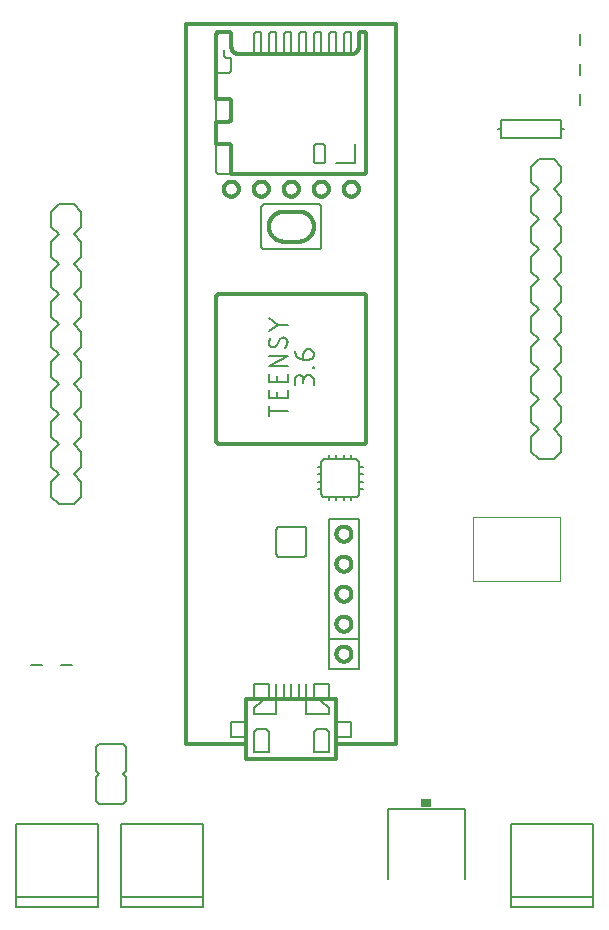
<source format=gto>
G75*
%MOIN*%
%OFA0B0*%
%FSLAX25Y25*%
%IPPOS*%
%LPD*%
%AMOC8*
5,1,8,0,0,1.08239X$1,22.5*
%
%ADD10C,0.00197*%
%ADD11C,0.00800*%
%ADD12C,0.01200*%
%ADD13C,0.00500*%
%ADD14R,0.03400X0.03000*%
%ADD15C,0.00600*%
D10*
X0206733Y0270670D02*
X0206733Y0291930D01*
X0235867Y0291930D01*
X0235867Y0270670D01*
X0206733Y0270670D01*
D11*
X0054410Y0165276D02*
X0054410Y0162127D01*
X0081969Y0162127D01*
X0081969Y0165276D01*
X0054410Y0165276D01*
X0054410Y0189686D01*
X0081969Y0189686D01*
X0081969Y0165276D01*
X0089410Y0165276D02*
X0089410Y0162127D01*
X0116969Y0162127D01*
X0116969Y0165276D01*
X0089410Y0165276D01*
X0089410Y0189686D01*
X0116969Y0189686D01*
X0116969Y0165276D01*
X0178400Y0171200D02*
X0178398Y0194800D01*
X0204202Y0194800D01*
X0204200Y0171200D01*
X0219410Y0165276D02*
X0219410Y0189686D01*
X0246969Y0189686D01*
X0246969Y0165276D01*
X0219410Y0165276D01*
X0219410Y0162127D01*
X0246969Y0162127D01*
X0246969Y0165276D01*
X0233800Y0311300D02*
X0228800Y0311300D01*
X0226300Y0313800D01*
X0226300Y0318800D01*
X0228800Y0321300D01*
X0226300Y0323800D01*
X0226300Y0328800D01*
X0228800Y0331300D01*
X0226300Y0333800D01*
X0226300Y0338800D01*
X0228800Y0341300D01*
X0226300Y0343800D01*
X0226300Y0348800D01*
X0228800Y0351300D01*
X0226300Y0353800D01*
X0226300Y0358800D01*
X0228800Y0361300D01*
X0226300Y0363800D01*
X0226300Y0368800D01*
X0228800Y0371300D01*
X0226300Y0373800D01*
X0226300Y0378800D01*
X0228800Y0381300D01*
X0226300Y0383800D01*
X0226300Y0388800D01*
X0228800Y0391300D01*
X0226300Y0393800D01*
X0226300Y0398800D01*
X0228800Y0401300D01*
X0226300Y0403800D01*
X0226300Y0408800D01*
X0228800Y0411300D01*
X0233800Y0411300D01*
X0236300Y0408800D01*
X0236300Y0403800D01*
X0233800Y0401300D01*
X0236300Y0398800D01*
X0236300Y0393800D01*
X0233800Y0391300D01*
X0236300Y0388800D01*
X0236300Y0383800D01*
X0233800Y0381300D01*
X0236300Y0378800D01*
X0236300Y0373800D01*
X0233800Y0371300D01*
X0236300Y0368800D01*
X0236300Y0363800D01*
X0233800Y0361300D01*
X0236300Y0358800D01*
X0236300Y0353800D01*
X0233800Y0351300D01*
X0236300Y0348800D01*
X0236300Y0343800D01*
X0233800Y0341300D01*
X0236300Y0338800D01*
X0236300Y0333800D01*
X0233800Y0331300D01*
X0236300Y0328800D01*
X0236300Y0323800D01*
X0233800Y0321300D01*
X0236300Y0318800D01*
X0236300Y0313800D01*
X0233800Y0311300D01*
X0153775Y0335895D02*
X0153775Y0337617D01*
X0153773Y0337699D01*
X0153767Y0337781D01*
X0153757Y0337862D01*
X0153744Y0337943D01*
X0153726Y0338023D01*
X0153705Y0338102D01*
X0153680Y0338180D01*
X0153652Y0338257D01*
X0153619Y0338332D01*
X0153584Y0338406D01*
X0153544Y0338478D01*
X0153502Y0338548D01*
X0153456Y0338616D01*
X0153407Y0338681D01*
X0153354Y0338745D01*
X0153299Y0338805D01*
X0153241Y0338863D01*
X0153181Y0338918D01*
X0153117Y0338971D01*
X0153052Y0339020D01*
X0152984Y0339066D01*
X0152914Y0339108D01*
X0152842Y0339148D01*
X0152768Y0339183D01*
X0152693Y0339216D01*
X0152616Y0339244D01*
X0152538Y0339269D01*
X0152459Y0339290D01*
X0152379Y0339308D01*
X0152298Y0339321D01*
X0152217Y0339331D01*
X0152135Y0339337D01*
X0152053Y0339339D01*
X0151971Y0339337D01*
X0151889Y0339331D01*
X0151808Y0339321D01*
X0151727Y0339308D01*
X0151647Y0339290D01*
X0151568Y0339269D01*
X0151490Y0339244D01*
X0151413Y0339216D01*
X0151338Y0339183D01*
X0151264Y0339148D01*
X0151192Y0339108D01*
X0151122Y0339066D01*
X0151054Y0339020D01*
X0150989Y0338971D01*
X0150925Y0338918D01*
X0150865Y0338863D01*
X0150807Y0338805D01*
X0150752Y0338745D01*
X0150699Y0338681D01*
X0150650Y0338616D01*
X0150604Y0338548D01*
X0150562Y0338478D01*
X0150522Y0338406D01*
X0150487Y0338332D01*
X0150454Y0338257D01*
X0150426Y0338180D01*
X0150401Y0338102D01*
X0150380Y0338023D01*
X0150362Y0337943D01*
X0150349Y0337862D01*
X0150339Y0337781D01*
X0150333Y0337699D01*
X0150331Y0337617D01*
X0150331Y0337962D02*
X0150331Y0336584D01*
X0150331Y0337962D02*
X0150329Y0338035D01*
X0150323Y0338108D01*
X0150313Y0338181D01*
X0150300Y0338253D01*
X0150282Y0338325D01*
X0150261Y0338395D01*
X0150236Y0338464D01*
X0150208Y0338531D01*
X0150176Y0338597D01*
X0150140Y0338662D01*
X0150101Y0338724D01*
X0150059Y0338784D01*
X0150014Y0338842D01*
X0149966Y0338897D01*
X0149914Y0338949D01*
X0149860Y0338999D01*
X0149804Y0339046D01*
X0149745Y0339090D01*
X0149684Y0339130D01*
X0149621Y0339167D01*
X0149556Y0339201D01*
X0149489Y0339232D01*
X0149420Y0339258D01*
X0149351Y0339281D01*
X0149280Y0339301D01*
X0149208Y0339316D01*
X0149136Y0339328D01*
X0149063Y0339336D01*
X0148990Y0339340D01*
X0148916Y0339340D01*
X0148843Y0339336D01*
X0148770Y0339328D01*
X0148698Y0339316D01*
X0148626Y0339301D01*
X0148555Y0339281D01*
X0148486Y0339258D01*
X0148417Y0339232D01*
X0148350Y0339201D01*
X0148285Y0339167D01*
X0148222Y0339130D01*
X0148161Y0339090D01*
X0148102Y0339046D01*
X0148046Y0338999D01*
X0147992Y0338949D01*
X0147940Y0338897D01*
X0147892Y0338842D01*
X0147847Y0338784D01*
X0147805Y0338724D01*
X0147766Y0338662D01*
X0147730Y0338597D01*
X0147698Y0338531D01*
X0147670Y0338464D01*
X0147645Y0338395D01*
X0147624Y0338325D01*
X0147606Y0338253D01*
X0147593Y0338181D01*
X0147583Y0338108D01*
X0147577Y0338035D01*
X0147575Y0337962D01*
X0147575Y0335895D01*
X0145025Y0336968D02*
X0138825Y0336968D01*
X0138825Y0339723D01*
X0138825Y0342287D02*
X0145025Y0345731D01*
X0138825Y0345731D01*
X0138825Y0342287D02*
X0145025Y0342287D01*
X0145025Y0339723D02*
X0145025Y0336968D01*
X0145025Y0334390D02*
X0145025Y0331634D01*
X0138825Y0331634D01*
X0138825Y0334390D01*
X0141581Y0333701D02*
X0141581Y0331634D01*
X0138825Y0329116D02*
X0138825Y0325671D01*
X0138825Y0327393D02*
X0145025Y0327393D01*
X0141581Y0336968D02*
X0141581Y0339034D01*
X0141408Y0349302D02*
X0142442Y0351197D01*
X0145025Y0350508D02*
X0145023Y0350404D01*
X0145018Y0350299D01*
X0145008Y0350195D01*
X0144995Y0350092D01*
X0144978Y0349988D01*
X0144958Y0349886D01*
X0144934Y0349784D01*
X0144906Y0349684D01*
X0144874Y0349584D01*
X0144840Y0349486D01*
X0144801Y0349388D01*
X0144759Y0349293D01*
X0144714Y0349199D01*
X0144665Y0349106D01*
X0144613Y0349015D01*
X0144558Y0348927D01*
X0144500Y0348840D01*
X0144438Y0348756D01*
X0144374Y0348673D01*
X0144307Y0348593D01*
X0144237Y0348516D01*
X0144164Y0348441D01*
X0142442Y0351196D02*
X0142480Y0351258D01*
X0142522Y0351317D01*
X0142566Y0351375D01*
X0142614Y0351430D01*
X0142664Y0351482D01*
X0142717Y0351531D01*
X0142773Y0351578D01*
X0142831Y0351622D01*
X0142891Y0351663D01*
X0142953Y0351701D01*
X0143017Y0351735D01*
X0143083Y0351766D01*
X0143150Y0351794D01*
X0143218Y0351818D01*
X0143288Y0351838D01*
X0143359Y0351855D01*
X0143430Y0351868D01*
X0143502Y0351877D01*
X0143574Y0351883D01*
X0143647Y0351885D01*
X0143647Y0351886D02*
X0143719Y0351884D01*
X0143791Y0351878D01*
X0143863Y0351869D01*
X0143934Y0351856D01*
X0144004Y0351839D01*
X0144073Y0351819D01*
X0144141Y0351794D01*
X0144207Y0351767D01*
X0144273Y0351736D01*
X0144336Y0351701D01*
X0144398Y0351664D01*
X0144457Y0351623D01*
X0144514Y0351579D01*
X0144569Y0351532D01*
X0144621Y0351482D01*
X0144671Y0351430D01*
X0144718Y0351375D01*
X0144762Y0351318D01*
X0144803Y0351259D01*
X0144840Y0351197D01*
X0144875Y0351134D01*
X0144906Y0351068D01*
X0144933Y0351002D01*
X0144958Y0350934D01*
X0144978Y0350865D01*
X0144995Y0350794D01*
X0145008Y0350724D01*
X0145017Y0350652D01*
X0145023Y0350580D01*
X0145025Y0350508D01*
X0139342Y0351541D02*
X0139284Y0351461D01*
X0139230Y0351380D01*
X0139179Y0351297D01*
X0139131Y0351211D01*
X0139087Y0351124D01*
X0139046Y0351036D01*
X0139008Y0350946D01*
X0138973Y0350854D01*
X0138943Y0350761D01*
X0138915Y0350667D01*
X0138891Y0350573D01*
X0138871Y0350477D01*
X0138855Y0350381D01*
X0138842Y0350284D01*
X0138832Y0350186D01*
X0138827Y0350089D01*
X0138825Y0349991D01*
X0138827Y0349919D01*
X0138833Y0349847D01*
X0138842Y0349775D01*
X0138855Y0349704D01*
X0138872Y0349634D01*
X0138892Y0349565D01*
X0138917Y0349497D01*
X0138944Y0349431D01*
X0138975Y0349365D01*
X0139010Y0349302D01*
X0139047Y0349240D01*
X0139088Y0349181D01*
X0139132Y0349124D01*
X0139179Y0349069D01*
X0139229Y0349017D01*
X0139281Y0348967D01*
X0139336Y0348920D01*
X0139393Y0348876D01*
X0139452Y0348835D01*
X0139514Y0348798D01*
X0139577Y0348763D01*
X0139643Y0348732D01*
X0139709Y0348705D01*
X0139777Y0348680D01*
X0139846Y0348660D01*
X0139916Y0348643D01*
X0139987Y0348630D01*
X0140059Y0348621D01*
X0140131Y0348615D01*
X0140203Y0348613D01*
X0140203Y0348614D02*
X0140276Y0348616D01*
X0140348Y0348622D01*
X0140420Y0348631D01*
X0140491Y0348644D01*
X0140562Y0348661D01*
X0140632Y0348681D01*
X0140700Y0348705D01*
X0140767Y0348733D01*
X0140833Y0348764D01*
X0140897Y0348798D01*
X0140959Y0348836D01*
X0141019Y0348877D01*
X0141077Y0348921D01*
X0141133Y0348968D01*
X0141186Y0349017D01*
X0141236Y0349070D01*
X0141284Y0349124D01*
X0141328Y0349182D01*
X0141370Y0349241D01*
X0141408Y0349303D01*
X0138825Y0354046D02*
X0141753Y0356112D01*
X0145025Y0356112D01*
X0141753Y0356112D02*
X0138825Y0358179D01*
X0147575Y0347266D02*
X0147577Y0347163D01*
X0147583Y0347060D01*
X0147592Y0346957D01*
X0147606Y0346855D01*
X0147623Y0346754D01*
X0147644Y0346653D01*
X0147669Y0346553D01*
X0147697Y0346454D01*
X0147730Y0346356D01*
X0147766Y0346259D01*
X0147805Y0346164D01*
X0147848Y0346070D01*
X0147894Y0345978D01*
X0147944Y0345888D01*
X0147997Y0345800D01*
X0148054Y0345713D01*
X0148114Y0345629D01*
X0148176Y0345548D01*
X0148242Y0345468D01*
X0148311Y0345391D01*
X0148382Y0345317D01*
X0148456Y0345246D01*
X0148533Y0345177D01*
X0148613Y0345111D01*
X0148694Y0345049D01*
X0148778Y0344989D01*
X0148865Y0344932D01*
X0148953Y0344879D01*
X0149043Y0344829D01*
X0149135Y0344783D01*
X0149229Y0344740D01*
X0149324Y0344701D01*
X0149421Y0344665D01*
X0149519Y0344632D01*
X0149618Y0344604D01*
X0149718Y0344579D01*
X0149819Y0344558D01*
X0149920Y0344541D01*
X0150022Y0344527D01*
X0150125Y0344518D01*
X0150228Y0344512D01*
X0150331Y0344510D01*
X0150331Y0344511D02*
X0152053Y0344511D01*
X0152135Y0344513D01*
X0152217Y0344519D01*
X0152298Y0344529D01*
X0152379Y0344542D01*
X0152459Y0344560D01*
X0152538Y0344581D01*
X0152616Y0344606D01*
X0152693Y0344634D01*
X0152768Y0344667D01*
X0152842Y0344702D01*
X0152914Y0344742D01*
X0152984Y0344784D01*
X0153052Y0344830D01*
X0153117Y0344879D01*
X0153181Y0344932D01*
X0153241Y0344987D01*
X0153299Y0345045D01*
X0153354Y0345105D01*
X0153407Y0345169D01*
X0153456Y0345234D01*
X0153502Y0345302D01*
X0153544Y0345372D01*
X0153584Y0345444D01*
X0153619Y0345518D01*
X0153652Y0345593D01*
X0153680Y0345670D01*
X0153705Y0345748D01*
X0153726Y0345827D01*
X0153744Y0345907D01*
X0153757Y0345988D01*
X0153767Y0346069D01*
X0153773Y0346151D01*
X0153775Y0346233D01*
X0153773Y0346315D01*
X0153767Y0346397D01*
X0153757Y0346478D01*
X0153744Y0346559D01*
X0153726Y0346639D01*
X0153705Y0346718D01*
X0153680Y0346796D01*
X0153652Y0346873D01*
X0153619Y0346948D01*
X0153584Y0347022D01*
X0153544Y0347094D01*
X0153502Y0347164D01*
X0153456Y0347232D01*
X0153407Y0347297D01*
X0153354Y0347361D01*
X0153299Y0347421D01*
X0153241Y0347479D01*
X0153181Y0347534D01*
X0153117Y0347587D01*
X0153052Y0347636D01*
X0152984Y0347682D01*
X0152914Y0347724D01*
X0152842Y0347764D01*
X0152768Y0347799D01*
X0152693Y0347832D01*
X0152616Y0347860D01*
X0152538Y0347885D01*
X0152459Y0347906D01*
X0152379Y0347924D01*
X0152298Y0347937D01*
X0152217Y0347947D01*
X0152135Y0347953D01*
X0152053Y0347955D01*
X0151708Y0347955D01*
X0151636Y0347953D01*
X0151564Y0347947D01*
X0151492Y0347938D01*
X0151421Y0347925D01*
X0151351Y0347908D01*
X0151282Y0347888D01*
X0151214Y0347863D01*
X0151148Y0347836D01*
X0151082Y0347805D01*
X0151019Y0347770D01*
X0150957Y0347733D01*
X0150898Y0347692D01*
X0150841Y0347648D01*
X0150786Y0347601D01*
X0150734Y0347551D01*
X0150684Y0347499D01*
X0150637Y0347444D01*
X0150593Y0347387D01*
X0150552Y0347328D01*
X0150515Y0347266D01*
X0150480Y0347203D01*
X0150449Y0347137D01*
X0150422Y0347071D01*
X0150397Y0347003D01*
X0150377Y0346934D01*
X0150360Y0346864D01*
X0150347Y0346793D01*
X0150338Y0346721D01*
X0150332Y0346649D01*
X0150330Y0346577D01*
X0150331Y0346577D02*
X0150331Y0344511D01*
X0153431Y0342097D02*
X0153775Y0342097D01*
X0153775Y0341753D01*
X0153431Y0341753D01*
X0153431Y0342097D01*
X0076300Y0343800D02*
X0076300Y0338800D01*
X0073800Y0336300D01*
X0076300Y0333800D01*
X0076300Y0328800D01*
X0073800Y0326300D01*
X0076300Y0323800D01*
X0076300Y0318800D01*
X0073800Y0316300D01*
X0076300Y0313800D01*
X0076300Y0308800D01*
X0073800Y0306300D01*
X0076300Y0303800D01*
X0076300Y0298800D01*
X0073800Y0296300D01*
X0068800Y0296300D01*
X0066300Y0298800D01*
X0066300Y0303800D01*
X0068800Y0306300D01*
X0066300Y0308800D01*
X0066300Y0313800D01*
X0068800Y0316300D01*
X0066300Y0318800D01*
X0066300Y0323800D01*
X0068800Y0326300D01*
X0066300Y0328800D01*
X0066300Y0333800D01*
X0068800Y0336300D01*
X0066300Y0338800D01*
X0066300Y0343800D01*
X0068800Y0346300D01*
X0066300Y0348800D01*
X0066300Y0353800D01*
X0068800Y0356300D01*
X0066300Y0358800D01*
X0066300Y0363800D01*
X0068800Y0366300D01*
X0066300Y0368800D01*
X0066300Y0373800D01*
X0068800Y0376300D01*
X0066300Y0378800D01*
X0066300Y0383800D01*
X0068800Y0386300D01*
X0066300Y0388800D01*
X0066300Y0393800D01*
X0068800Y0396300D01*
X0073800Y0396300D01*
X0076300Y0393800D01*
X0076300Y0388800D01*
X0073800Y0386300D01*
X0076300Y0383800D01*
X0076300Y0378800D01*
X0073800Y0376300D01*
X0076300Y0373800D01*
X0076300Y0368800D01*
X0073800Y0366300D01*
X0076300Y0363800D01*
X0076300Y0358800D01*
X0073800Y0356300D01*
X0076300Y0353800D01*
X0076300Y0348800D01*
X0073800Y0346300D01*
X0076300Y0343800D01*
X0216300Y0418300D02*
X0216300Y0421300D01*
X0215300Y0421300D01*
X0216300Y0421300D02*
X0216300Y0424300D01*
X0236300Y0424300D01*
X0236300Y0421300D01*
X0237300Y0421300D01*
X0236300Y0421300D02*
X0236300Y0418300D01*
X0216300Y0418300D01*
D12*
X0181300Y0456300D02*
X0111300Y0456300D01*
X0111300Y0216300D01*
X0131300Y0216300D01*
X0131300Y0211300D01*
X0161300Y0211300D01*
X0161300Y0216300D01*
X0181300Y0216300D01*
X0181300Y0456300D01*
X0171300Y0452800D02*
X0171300Y0407300D01*
X0171298Y0407240D01*
X0171293Y0407179D01*
X0171284Y0407120D01*
X0171271Y0407061D01*
X0171255Y0407002D01*
X0171235Y0406945D01*
X0171212Y0406890D01*
X0171185Y0406835D01*
X0171156Y0406783D01*
X0171123Y0406732D01*
X0171087Y0406683D01*
X0171049Y0406637D01*
X0171007Y0406593D01*
X0170963Y0406551D01*
X0170917Y0406513D01*
X0170868Y0406477D01*
X0170817Y0406444D01*
X0170765Y0406415D01*
X0170710Y0406388D01*
X0170655Y0406365D01*
X0170598Y0406345D01*
X0170539Y0406329D01*
X0170480Y0406316D01*
X0170421Y0406307D01*
X0170360Y0406302D01*
X0170300Y0406300D01*
X0126300Y0406300D01*
X0126300Y0415300D01*
X0126298Y0415360D01*
X0126293Y0415421D01*
X0126284Y0415480D01*
X0126271Y0415539D01*
X0126255Y0415598D01*
X0126235Y0415655D01*
X0126212Y0415710D01*
X0126185Y0415765D01*
X0126156Y0415817D01*
X0126123Y0415868D01*
X0126087Y0415917D01*
X0126049Y0415963D01*
X0126007Y0416007D01*
X0125963Y0416049D01*
X0125917Y0416087D01*
X0125868Y0416123D01*
X0125817Y0416156D01*
X0125765Y0416185D01*
X0125710Y0416212D01*
X0125655Y0416235D01*
X0125598Y0416255D01*
X0125539Y0416271D01*
X0125480Y0416284D01*
X0125421Y0416293D01*
X0125360Y0416298D01*
X0125300Y0416300D01*
X0121300Y0416300D01*
X0121300Y0423800D01*
X0125300Y0423800D01*
X0125360Y0423802D01*
X0125421Y0423807D01*
X0125480Y0423816D01*
X0125539Y0423829D01*
X0125598Y0423845D01*
X0125655Y0423865D01*
X0125710Y0423888D01*
X0125765Y0423915D01*
X0125817Y0423944D01*
X0125868Y0423977D01*
X0125917Y0424013D01*
X0125963Y0424051D01*
X0126007Y0424093D01*
X0126049Y0424137D01*
X0126087Y0424183D01*
X0126123Y0424232D01*
X0126156Y0424283D01*
X0126185Y0424335D01*
X0126212Y0424390D01*
X0126235Y0424445D01*
X0126255Y0424502D01*
X0126271Y0424561D01*
X0126284Y0424620D01*
X0126293Y0424679D01*
X0126298Y0424740D01*
X0126300Y0424800D01*
X0126300Y0430300D01*
X0126298Y0430360D01*
X0126293Y0430421D01*
X0126284Y0430480D01*
X0126271Y0430539D01*
X0126255Y0430598D01*
X0126235Y0430655D01*
X0126212Y0430710D01*
X0126185Y0430765D01*
X0126156Y0430817D01*
X0126123Y0430868D01*
X0126087Y0430917D01*
X0126049Y0430963D01*
X0126007Y0431007D01*
X0125963Y0431049D01*
X0125917Y0431087D01*
X0125868Y0431123D01*
X0125817Y0431156D01*
X0125765Y0431185D01*
X0125710Y0431212D01*
X0125655Y0431235D01*
X0125598Y0431255D01*
X0125539Y0431271D01*
X0125480Y0431284D01*
X0125421Y0431293D01*
X0125360Y0431298D01*
X0125300Y0431300D01*
X0121300Y0431300D01*
X0121300Y0440050D01*
X0121300Y0452800D01*
X0121302Y0452860D01*
X0121307Y0452921D01*
X0121316Y0452980D01*
X0121329Y0453039D01*
X0121345Y0453098D01*
X0121365Y0453155D01*
X0121388Y0453210D01*
X0121415Y0453265D01*
X0121444Y0453317D01*
X0121477Y0453368D01*
X0121513Y0453417D01*
X0121551Y0453463D01*
X0121593Y0453507D01*
X0121637Y0453549D01*
X0121683Y0453587D01*
X0121732Y0453623D01*
X0121783Y0453656D01*
X0121835Y0453685D01*
X0121890Y0453712D01*
X0121945Y0453735D01*
X0122002Y0453755D01*
X0122061Y0453771D01*
X0122120Y0453784D01*
X0122179Y0453793D01*
X0122240Y0453798D01*
X0122300Y0453800D01*
X0125050Y0453800D01*
X0125118Y0453798D01*
X0125185Y0453793D01*
X0125252Y0453784D01*
X0125319Y0453771D01*
X0125384Y0453754D01*
X0125449Y0453735D01*
X0125513Y0453711D01*
X0125575Y0453684D01*
X0125636Y0453654D01*
X0125694Y0453621D01*
X0125751Y0453585D01*
X0125806Y0453545D01*
X0125859Y0453503D01*
X0125910Y0453457D01*
X0125957Y0453410D01*
X0126003Y0453359D01*
X0126045Y0453306D01*
X0126085Y0453251D01*
X0126121Y0453194D01*
X0126154Y0453136D01*
X0126184Y0453075D01*
X0126211Y0453013D01*
X0126235Y0452949D01*
X0126254Y0452884D01*
X0126271Y0452819D01*
X0126284Y0452752D01*
X0126293Y0452685D01*
X0126298Y0452618D01*
X0126300Y0452550D01*
X0126300Y0448800D01*
X0126302Y0448702D01*
X0126308Y0448604D01*
X0126317Y0448506D01*
X0126331Y0448409D01*
X0126348Y0448312D01*
X0126369Y0448216D01*
X0126394Y0448121D01*
X0126422Y0448027D01*
X0126455Y0447935D01*
X0126490Y0447843D01*
X0126530Y0447753D01*
X0126572Y0447665D01*
X0126619Y0447578D01*
X0126668Y0447494D01*
X0126721Y0447411D01*
X0126777Y0447331D01*
X0126837Y0447252D01*
X0126899Y0447176D01*
X0126964Y0447103D01*
X0127032Y0447032D01*
X0127103Y0446964D01*
X0127176Y0446899D01*
X0127252Y0446837D01*
X0127331Y0446777D01*
X0127411Y0446721D01*
X0127494Y0446668D01*
X0127578Y0446619D01*
X0127665Y0446572D01*
X0127753Y0446530D01*
X0127843Y0446490D01*
X0127935Y0446455D01*
X0128027Y0446422D01*
X0128121Y0446394D01*
X0128216Y0446369D01*
X0128312Y0446348D01*
X0128409Y0446331D01*
X0128506Y0446317D01*
X0128604Y0446308D01*
X0128702Y0446302D01*
X0128800Y0446300D01*
X0133800Y0446300D01*
X0136300Y0446300D01*
X0138800Y0446300D01*
X0141300Y0446300D01*
X0143800Y0446300D01*
X0146300Y0446300D01*
X0148800Y0446300D01*
X0151300Y0446300D01*
X0153800Y0446300D01*
X0156300Y0446300D01*
X0158800Y0446300D01*
X0161300Y0446300D01*
X0163800Y0446300D01*
X0166300Y0446300D01*
X0166398Y0446302D01*
X0166496Y0446308D01*
X0166594Y0446317D01*
X0166691Y0446331D01*
X0166788Y0446348D01*
X0166884Y0446369D01*
X0166979Y0446394D01*
X0167073Y0446422D01*
X0167165Y0446455D01*
X0167257Y0446490D01*
X0167347Y0446530D01*
X0167435Y0446572D01*
X0167522Y0446619D01*
X0167606Y0446668D01*
X0167689Y0446721D01*
X0167769Y0446777D01*
X0167848Y0446837D01*
X0167924Y0446899D01*
X0167997Y0446964D01*
X0168068Y0447032D01*
X0168136Y0447103D01*
X0168201Y0447176D01*
X0168263Y0447252D01*
X0168323Y0447331D01*
X0168379Y0447411D01*
X0168432Y0447494D01*
X0168481Y0447578D01*
X0168528Y0447665D01*
X0168570Y0447753D01*
X0168610Y0447843D01*
X0168645Y0447935D01*
X0168678Y0448027D01*
X0168706Y0448121D01*
X0168731Y0448216D01*
X0168752Y0448312D01*
X0168769Y0448409D01*
X0168783Y0448506D01*
X0168792Y0448604D01*
X0168798Y0448702D01*
X0168800Y0448800D01*
X0168800Y0452550D01*
X0168802Y0452618D01*
X0168807Y0452685D01*
X0168816Y0452752D01*
X0168829Y0452819D01*
X0168846Y0452884D01*
X0168865Y0452949D01*
X0168889Y0453013D01*
X0168916Y0453075D01*
X0168946Y0453136D01*
X0168979Y0453194D01*
X0169015Y0453251D01*
X0169055Y0453306D01*
X0169097Y0453359D01*
X0169143Y0453410D01*
X0169190Y0453457D01*
X0169241Y0453503D01*
X0169294Y0453545D01*
X0169349Y0453585D01*
X0169406Y0453621D01*
X0169464Y0453654D01*
X0169525Y0453684D01*
X0169587Y0453711D01*
X0169651Y0453735D01*
X0169716Y0453754D01*
X0169781Y0453771D01*
X0169848Y0453784D01*
X0169915Y0453793D01*
X0169982Y0453798D01*
X0170050Y0453800D01*
X0170300Y0453800D01*
X0170360Y0453798D01*
X0170421Y0453793D01*
X0170480Y0453784D01*
X0170539Y0453771D01*
X0170598Y0453755D01*
X0170655Y0453735D01*
X0170710Y0453712D01*
X0170765Y0453685D01*
X0170817Y0453656D01*
X0170868Y0453623D01*
X0170917Y0453587D01*
X0170963Y0453549D01*
X0171007Y0453507D01*
X0171049Y0453463D01*
X0171087Y0453417D01*
X0171123Y0453368D01*
X0171156Y0453317D01*
X0171185Y0453265D01*
X0171212Y0453210D01*
X0171235Y0453155D01*
X0171255Y0453098D01*
X0171271Y0453039D01*
X0171284Y0452980D01*
X0171293Y0452921D01*
X0171298Y0452860D01*
X0171300Y0452800D01*
X0163800Y0401300D02*
X0163802Y0401399D01*
X0163808Y0401499D01*
X0163818Y0401598D01*
X0163832Y0401696D01*
X0163849Y0401794D01*
X0163871Y0401891D01*
X0163896Y0401987D01*
X0163925Y0402082D01*
X0163958Y0402176D01*
X0163995Y0402268D01*
X0164035Y0402359D01*
X0164079Y0402448D01*
X0164127Y0402536D01*
X0164178Y0402621D01*
X0164232Y0402704D01*
X0164289Y0402786D01*
X0164350Y0402864D01*
X0164414Y0402941D01*
X0164480Y0403014D01*
X0164550Y0403085D01*
X0164622Y0403153D01*
X0164697Y0403219D01*
X0164775Y0403281D01*
X0164855Y0403340D01*
X0164937Y0403396D01*
X0165021Y0403448D01*
X0165108Y0403497D01*
X0165196Y0403543D01*
X0165286Y0403585D01*
X0165378Y0403624D01*
X0165471Y0403659D01*
X0165565Y0403690D01*
X0165661Y0403717D01*
X0165758Y0403740D01*
X0165855Y0403760D01*
X0165953Y0403776D01*
X0166052Y0403788D01*
X0166151Y0403796D01*
X0166250Y0403800D01*
X0166350Y0403800D01*
X0166449Y0403796D01*
X0166548Y0403788D01*
X0166647Y0403776D01*
X0166745Y0403760D01*
X0166842Y0403740D01*
X0166939Y0403717D01*
X0167035Y0403690D01*
X0167129Y0403659D01*
X0167222Y0403624D01*
X0167314Y0403585D01*
X0167404Y0403543D01*
X0167492Y0403497D01*
X0167579Y0403448D01*
X0167663Y0403396D01*
X0167745Y0403340D01*
X0167825Y0403281D01*
X0167903Y0403219D01*
X0167978Y0403153D01*
X0168050Y0403085D01*
X0168120Y0403014D01*
X0168186Y0402941D01*
X0168250Y0402864D01*
X0168311Y0402786D01*
X0168368Y0402704D01*
X0168422Y0402621D01*
X0168473Y0402536D01*
X0168521Y0402448D01*
X0168565Y0402359D01*
X0168605Y0402268D01*
X0168642Y0402176D01*
X0168675Y0402082D01*
X0168704Y0401987D01*
X0168729Y0401891D01*
X0168751Y0401794D01*
X0168768Y0401696D01*
X0168782Y0401598D01*
X0168792Y0401499D01*
X0168798Y0401399D01*
X0168800Y0401300D01*
X0168798Y0401201D01*
X0168792Y0401101D01*
X0168782Y0401002D01*
X0168768Y0400904D01*
X0168751Y0400806D01*
X0168729Y0400709D01*
X0168704Y0400613D01*
X0168675Y0400518D01*
X0168642Y0400424D01*
X0168605Y0400332D01*
X0168565Y0400241D01*
X0168521Y0400152D01*
X0168473Y0400064D01*
X0168422Y0399979D01*
X0168368Y0399896D01*
X0168311Y0399814D01*
X0168250Y0399736D01*
X0168186Y0399659D01*
X0168120Y0399586D01*
X0168050Y0399515D01*
X0167978Y0399447D01*
X0167903Y0399381D01*
X0167825Y0399319D01*
X0167745Y0399260D01*
X0167663Y0399204D01*
X0167579Y0399152D01*
X0167492Y0399103D01*
X0167404Y0399057D01*
X0167314Y0399015D01*
X0167222Y0398976D01*
X0167129Y0398941D01*
X0167035Y0398910D01*
X0166939Y0398883D01*
X0166842Y0398860D01*
X0166745Y0398840D01*
X0166647Y0398824D01*
X0166548Y0398812D01*
X0166449Y0398804D01*
X0166350Y0398800D01*
X0166250Y0398800D01*
X0166151Y0398804D01*
X0166052Y0398812D01*
X0165953Y0398824D01*
X0165855Y0398840D01*
X0165758Y0398860D01*
X0165661Y0398883D01*
X0165565Y0398910D01*
X0165471Y0398941D01*
X0165378Y0398976D01*
X0165286Y0399015D01*
X0165196Y0399057D01*
X0165108Y0399103D01*
X0165021Y0399152D01*
X0164937Y0399204D01*
X0164855Y0399260D01*
X0164775Y0399319D01*
X0164697Y0399381D01*
X0164622Y0399447D01*
X0164550Y0399515D01*
X0164480Y0399586D01*
X0164414Y0399659D01*
X0164350Y0399736D01*
X0164289Y0399814D01*
X0164232Y0399896D01*
X0164178Y0399979D01*
X0164127Y0400064D01*
X0164079Y0400152D01*
X0164035Y0400241D01*
X0163995Y0400332D01*
X0163958Y0400424D01*
X0163925Y0400518D01*
X0163896Y0400613D01*
X0163871Y0400709D01*
X0163849Y0400806D01*
X0163832Y0400904D01*
X0163818Y0401002D01*
X0163808Y0401101D01*
X0163802Y0401201D01*
X0163800Y0401300D01*
X0153800Y0401300D02*
X0153802Y0401399D01*
X0153808Y0401499D01*
X0153818Y0401598D01*
X0153832Y0401696D01*
X0153849Y0401794D01*
X0153871Y0401891D01*
X0153896Y0401987D01*
X0153925Y0402082D01*
X0153958Y0402176D01*
X0153995Y0402268D01*
X0154035Y0402359D01*
X0154079Y0402448D01*
X0154127Y0402536D01*
X0154178Y0402621D01*
X0154232Y0402704D01*
X0154289Y0402786D01*
X0154350Y0402864D01*
X0154414Y0402941D01*
X0154480Y0403014D01*
X0154550Y0403085D01*
X0154622Y0403153D01*
X0154697Y0403219D01*
X0154775Y0403281D01*
X0154855Y0403340D01*
X0154937Y0403396D01*
X0155021Y0403448D01*
X0155108Y0403497D01*
X0155196Y0403543D01*
X0155286Y0403585D01*
X0155378Y0403624D01*
X0155471Y0403659D01*
X0155565Y0403690D01*
X0155661Y0403717D01*
X0155758Y0403740D01*
X0155855Y0403760D01*
X0155953Y0403776D01*
X0156052Y0403788D01*
X0156151Y0403796D01*
X0156250Y0403800D01*
X0156350Y0403800D01*
X0156449Y0403796D01*
X0156548Y0403788D01*
X0156647Y0403776D01*
X0156745Y0403760D01*
X0156842Y0403740D01*
X0156939Y0403717D01*
X0157035Y0403690D01*
X0157129Y0403659D01*
X0157222Y0403624D01*
X0157314Y0403585D01*
X0157404Y0403543D01*
X0157492Y0403497D01*
X0157579Y0403448D01*
X0157663Y0403396D01*
X0157745Y0403340D01*
X0157825Y0403281D01*
X0157903Y0403219D01*
X0157978Y0403153D01*
X0158050Y0403085D01*
X0158120Y0403014D01*
X0158186Y0402941D01*
X0158250Y0402864D01*
X0158311Y0402786D01*
X0158368Y0402704D01*
X0158422Y0402621D01*
X0158473Y0402536D01*
X0158521Y0402448D01*
X0158565Y0402359D01*
X0158605Y0402268D01*
X0158642Y0402176D01*
X0158675Y0402082D01*
X0158704Y0401987D01*
X0158729Y0401891D01*
X0158751Y0401794D01*
X0158768Y0401696D01*
X0158782Y0401598D01*
X0158792Y0401499D01*
X0158798Y0401399D01*
X0158800Y0401300D01*
X0158798Y0401201D01*
X0158792Y0401101D01*
X0158782Y0401002D01*
X0158768Y0400904D01*
X0158751Y0400806D01*
X0158729Y0400709D01*
X0158704Y0400613D01*
X0158675Y0400518D01*
X0158642Y0400424D01*
X0158605Y0400332D01*
X0158565Y0400241D01*
X0158521Y0400152D01*
X0158473Y0400064D01*
X0158422Y0399979D01*
X0158368Y0399896D01*
X0158311Y0399814D01*
X0158250Y0399736D01*
X0158186Y0399659D01*
X0158120Y0399586D01*
X0158050Y0399515D01*
X0157978Y0399447D01*
X0157903Y0399381D01*
X0157825Y0399319D01*
X0157745Y0399260D01*
X0157663Y0399204D01*
X0157579Y0399152D01*
X0157492Y0399103D01*
X0157404Y0399057D01*
X0157314Y0399015D01*
X0157222Y0398976D01*
X0157129Y0398941D01*
X0157035Y0398910D01*
X0156939Y0398883D01*
X0156842Y0398860D01*
X0156745Y0398840D01*
X0156647Y0398824D01*
X0156548Y0398812D01*
X0156449Y0398804D01*
X0156350Y0398800D01*
X0156250Y0398800D01*
X0156151Y0398804D01*
X0156052Y0398812D01*
X0155953Y0398824D01*
X0155855Y0398840D01*
X0155758Y0398860D01*
X0155661Y0398883D01*
X0155565Y0398910D01*
X0155471Y0398941D01*
X0155378Y0398976D01*
X0155286Y0399015D01*
X0155196Y0399057D01*
X0155108Y0399103D01*
X0155021Y0399152D01*
X0154937Y0399204D01*
X0154855Y0399260D01*
X0154775Y0399319D01*
X0154697Y0399381D01*
X0154622Y0399447D01*
X0154550Y0399515D01*
X0154480Y0399586D01*
X0154414Y0399659D01*
X0154350Y0399736D01*
X0154289Y0399814D01*
X0154232Y0399896D01*
X0154178Y0399979D01*
X0154127Y0400064D01*
X0154079Y0400152D01*
X0154035Y0400241D01*
X0153995Y0400332D01*
X0153958Y0400424D01*
X0153925Y0400518D01*
X0153896Y0400613D01*
X0153871Y0400709D01*
X0153849Y0400806D01*
X0153832Y0400904D01*
X0153818Y0401002D01*
X0153808Y0401101D01*
X0153802Y0401201D01*
X0153800Y0401300D01*
X0143800Y0401300D02*
X0143802Y0401399D01*
X0143808Y0401499D01*
X0143818Y0401598D01*
X0143832Y0401696D01*
X0143849Y0401794D01*
X0143871Y0401891D01*
X0143896Y0401987D01*
X0143925Y0402082D01*
X0143958Y0402176D01*
X0143995Y0402268D01*
X0144035Y0402359D01*
X0144079Y0402448D01*
X0144127Y0402536D01*
X0144178Y0402621D01*
X0144232Y0402704D01*
X0144289Y0402786D01*
X0144350Y0402864D01*
X0144414Y0402941D01*
X0144480Y0403014D01*
X0144550Y0403085D01*
X0144622Y0403153D01*
X0144697Y0403219D01*
X0144775Y0403281D01*
X0144855Y0403340D01*
X0144937Y0403396D01*
X0145021Y0403448D01*
X0145108Y0403497D01*
X0145196Y0403543D01*
X0145286Y0403585D01*
X0145378Y0403624D01*
X0145471Y0403659D01*
X0145565Y0403690D01*
X0145661Y0403717D01*
X0145758Y0403740D01*
X0145855Y0403760D01*
X0145953Y0403776D01*
X0146052Y0403788D01*
X0146151Y0403796D01*
X0146250Y0403800D01*
X0146350Y0403800D01*
X0146449Y0403796D01*
X0146548Y0403788D01*
X0146647Y0403776D01*
X0146745Y0403760D01*
X0146842Y0403740D01*
X0146939Y0403717D01*
X0147035Y0403690D01*
X0147129Y0403659D01*
X0147222Y0403624D01*
X0147314Y0403585D01*
X0147404Y0403543D01*
X0147492Y0403497D01*
X0147579Y0403448D01*
X0147663Y0403396D01*
X0147745Y0403340D01*
X0147825Y0403281D01*
X0147903Y0403219D01*
X0147978Y0403153D01*
X0148050Y0403085D01*
X0148120Y0403014D01*
X0148186Y0402941D01*
X0148250Y0402864D01*
X0148311Y0402786D01*
X0148368Y0402704D01*
X0148422Y0402621D01*
X0148473Y0402536D01*
X0148521Y0402448D01*
X0148565Y0402359D01*
X0148605Y0402268D01*
X0148642Y0402176D01*
X0148675Y0402082D01*
X0148704Y0401987D01*
X0148729Y0401891D01*
X0148751Y0401794D01*
X0148768Y0401696D01*
X0148782Y0401598D01*
X0148792Y0401499D01*
X0148798Y0401399D01*
X0148800Y0401300D01*
X0148798Y0401201D01*
X0148792Y0401101D01*
X0148782Y0401002D01*
X0148768Y0400904D01*
X0148751Y0400806D01*
X0148729Y0400709D01*
X0148704Y0400613D01*
X0148675Y0400518D01*
X0148642Y0400424D01*
X0148605Y0400332D01*
X0148565Y0400241D01*
X0148521Y0400152D01*
X0148473Y0400064D01*
X0148422Y0399979D01*
X0148368Y0399896D01*
X0148311Y0399814D01*
X0148250Y0399736D01*
X0148186Y0399659D01*
X0148120Y0399586D01*
X0148050Y0399515D01*
X0147978Y0399447D01*
X0147903Y0399381D01*
X0147825Y0399319D01*
X0147745Y0399260D01*
X0147663Y0399204D01*
X0147579Y0399152D01*
X0147492Y0399103D01*
X0147404Y0399057D01*
X0147314Y0399015D01*
X0147222Y0398976D01*
X0147129Y0398941D01*
X0147035Y0398910D01*
X0146939Y0398883D01*
X0146842Y0398860D01*
X0146745Y0398840D01*
X0146647Y0398824D01*
X0146548Y0398812D01*
X0146449Y0398804D01*
X0146350Y0398800D01*
X0146250Y0398800D01*
X0146151Y0398804D01*
X0146052Y0398812D01*
X0145953Y0398824D01*
X0145855Y0398840D01*
X0145758Y0398860D01*
X0145661Y0398883D01*
X0145565Y0398910D01*
X0145471Y0398941D01*
X0145378Y0398976D01*
X0145286Y0399015D01*
X0145196Y0399057D01*
X0145108Y0399103D01*
X0145021Y0399152D01*
X0144937Y0399204D01*
X0144855Y0399260D01*
X0144775Y0399319D01*
X0144697Y0399381D01*
X0144622Y0399447D01*
X0144550Y0399515D01*
X0144480Y0399586D01*
X0144414Y0399659D01*
X0144350Y0399736D01*
X0144289Y0399814D01*
X0144232Y0399896D01*
X0144178Y0399979D01*
X0144127Y0400064D01*
X0144079Y0400152D01*
X0144035Y0400241D01*
X0143995Y0400332D01*
X0143958Y0400424D01*
X0143925Y0400518D01*
X0143896Y0400613D01*
X0143871Y0400709D01*
X0143849Y0400806D01*
X0143832Y0400904D01*
X0143818Y0401002D01*
X0143808Y0401101D01*
X0143802Y0401201D01*
X0143800Y0401300D01*
X0143800Y0393800D02*
X0148800Y0393800D01*
X0148940Y0393798D01*
X0149080Y0393792D01*
X0149220Y0393782D01*
X0149360Y0393769D01*
X0149499Y0393751D01*
X0149638Y0393729D01*
X0149775Y0393704D01*
X0149913Y0393675D01*
X0150049Y0393642D01*
X0150184Y0393605D01*
X0150318Y0393564D01*
X0150451Y0393519D01*
X0150583Y0393471D01*
X0150713Y0393419D01*
X0150842Y0393364D01*
X0150969Y0393305D01*
X0151095Y0393242D01*
X0151219Y0393176D01*
X0151340Y0393107D01*
X0151460Y0393034D01*
X0151578Y0392957D01*
X0151693Y0392878D01*
X0151807Y0392795D01*
X0151917Y0392709D01*
X0152026Y0392620D01*
X0152132Y0392528D01*
X0152235Y0392433D01*
X0152336Y0392336D01*
X0152433Y0392235D01*
X0152528Y0392132D01*
X0152620Y0392026D01*
X0152709Y0391917D01*
X0152795Y0391807D01*
X0152878Y0391693D01*
X0152957Y0391578D01*
X0153034Y0391460D01*
X0153107Y0391340D01*
X0153176Y0391219D01*
X0153242Y0391095D01*
X0153305Y0390969D01*
X0153364Y0390842D01*
X0153419Y0390713D01*
X0153471Y0390583D01*
X0153519Y0390451D01*
X0153564Y0390318D01*
X0153605Y0390184D01*
X0153642Y0390049D01*
X0153675Y0389913D01*
X0153704Y0389775D01*
X0153729Y0389638D01*
X0153751Y0389499D01*
X0153769Y0389360D01*
X0153782Y0389220D01*
X0153792Y0389080D01*
X0153798Y0388940D01*
X0153800Y0388800D01*
X0153798Y0388660D01*
X0153792Y0388520D01*
X0153782Y0388380D01*
X0153769Y0388240D01*
X0153751Y0388101D01*
X0153729Y0387962D01*
X0153704Y0387825D01*
X0153675Y0387687D01*
X0153642Y0387551D01*
X0153605Y0387416D01*
X0153564Y0387282D01*
X0153519Y0387149D01*
X0153471Y0387017D01*
X0153419Y0386887D01*
X0153364Y0386758D01*
X0153305Y0386631D01*
X0153242Y0386505D01*
X0153176Y0386381D01*
X0153107Y0386260D01*
X0153034Y0386140D01*
X0152957Y0386022D01*
X0152878Y0385907D01*
X0152795Y0385793D01*
X0152709Y0385683D01*
X0152620Y0385574D01*
X0152528Y0385468D01*
X0152433Y0385365D01*
X0152336Y0385264D01*
X0152235Y0385167D01*
X0152132Y0385072D01*
X0152026Y0384980D01*
X0151917Y0384891D01*
X0151807Y0384805D01*
X0151693Y0384722D01*
X0151578Y0384643D01*
X0151460Y0384566D01*
X0151340Y0384493D01*
X0151219Y0384424D01*
X0151095Y0384358D01*
X0150969Y0384295D01*
X0150842Y0384236D01*
X0150713Y0384181D01*
X0150583Y0384129D01*
X0150451Y0384081D01*
X0150318Y0384036D01*
X0150184Y0383995D01*
X0150049Y0383958D01*
X0149913Y0383925D01*
X0149775Y0383896D01*
X0149638Y0383871D01*
X0149499Y0383849D01*
X0149360Y0383831D01*
X0149220Y0383818D01*
X0149080Y0383808D01*
X0148940Y0383802D01*
X0148800Y0383800D01*
X0143800Y0383800D01*
X0138800Y0388800D02*
X0138802Y0388940D01*
X0138808Y0389080D01*
X0138818Y0389220D01*
X0138831Y0389360D01*
X0138849Y0389499D01*
X0138871Y0389638D01*
X0138896Y0389775D01*
X0138925Y0389913D01*
X0138958Y0390049D01*
X0138995Y0390184D01*
X0139036Y0390318D01*
X0139081Y0390451D01*
X0139129Y0390583D01*
X0139181Y0390713D01*
X0139236Y0390842D01*
X0139295Y0390969D01*
X0139358Y0391095D01*
X0139424Y0391219D01*
X0139493Y0391340D01*
X0139566Y0391460D01*
X0139643Y0391578D01*
X0139722Y0391693D01*
X0139805Y0391807D01*
X0139891Y0391917D01*
X0139980Y0392026D01*
X0140072Y0392132D01*
X0140167Y0392235D01*
X0140264Y0392336D01*
X0140365Y0392433D01*
X0140468Y0392528D01*
X0140574Y0392620D01*
X0140683Y0392709D01*
X0140793Y0392795D01*
X0140907Y0392878D01*
X0141022Y0392957D01*
X0141140Y0393034D01*
X0141260Y0393107D01*
X0141381Y0393176D01*
X0141505Y0393242D01*
X0141631Y0393305D01*
X0141758Y0393364D01*
X0141887Y0393419D01*
X0142017Y0393471D01*
X0142149Y0393519D01*
X0142282Y0393564D01*
X0142416Y0393605D01*
X0142551Y0393642D01*
X0142687Y0393675D01*
X0142825Y0393704D01*
X0142962Y0393729D01*
X0143101Y0393751D01*
X0143240Y0393769D01*
X0143380Y0393782D01*
X0143520Y0393792D01*
X0143660Y0393798D01*
X0143800Y0393800D01*
X0138800Y0388800D02*
X0138802Y0388660D01*
X0138808Y0388520D01*
X0138818Y0388380D01*
X0138831Y0388240D01*
X0138849Y0388101D01*
X0138871Y0387962D01*
X0138896Y0387825D01*
X0138925Y0387687D01*
X0138958Y0387551D01*
X0138995Y0387416D01*
X0139036Y0387282D01*
X0139081Y0387149D01*
X0139129Y0387017D01*
X0139181Y0386887D01*
X0139236Y0386758D01*
X0139295Y0386631D01*
X0139358Y0386505D01*
X0139424Y0386381D01*
X0139493Y0386260D01*
X0139566Y0386140D01*
X0139643Y0386022D01*
X0139722Y0385907D01*
X0139805Y0385793D01*
X0139891Y0385683D01*
X0139980Y0385574D01*
X0140072Y0385468D01*
X0140167Y0385365D01*
X0140264Y0385264D01*
X0140365Y0385167D01*
X0140468Y0385072D01*
X0140574Y0384980D01*
X0140683Y0384891D01*
X0140793Y0384805D01*
X0140907Y0384722D01*
X0141022Y0384643D01*
X0141140Y0384566D01*
X0141260Y0384493D01*
X0141381Y0384424D01*
X0141505Y0384358D01*
X0141631Y0384295D01*
X0141758Y0384236D01*
X0141887Y0384181D01*
X0142017Y0384129D01*
X0142149Y0384081D01*
X0142282Y0384036D01*
X0142416Y0383995D01*
X0142551Y0383958D01*
X0142687Y0383925D01*
X0142825Y0383896D01*
X0142962Y0383871D01*
X0143101Y0383849D01*
X0143240Y0383831D01*
X0143380Y0383818D01*
X0143520Y0383808D01*
X0143660Y0383802D01*
X0143800Y0383800D01*
X0133800Y0401300D02*
X0133802Y0401399D01*
X0133808Y0401499D01*
X0133818Y0401598D01*
X0133832Y0401696D01*
X0133849Y0401794D01*
X0133871Y0401891D01*
X0133896Y0401987D01*
X0133925Y0402082D01*
X0133958Y0402176D01*
X0133995Y0402268D01*
X0134035Y0402359D01*
X0134079Y0402448D01*
X0134127Y0402536D01*
X0134178Y0402621D01*
X0134232Y0402704D01*
X0134289Y0402786D01*
X0134350Y0402864D01*
X0134414Y0402941D01*
X0134480Y0403014D01*
X0134550Y0403085D01*
X0134622Y0403153D01*
X0134697Y0403219D01*
X0134775Y0403281D01*
X0134855Y0403340D01*
X0134937Y0403396D01*
X0135021Y0403448D01*
X0135108Y0403497D01*
X0135196Y0403543D01*
X0135286Y0403585D01*
X0135378Y0403624D01*
X0135471Y0403659D01*
X0135565Y0403690D01*
X0135661Y0403717D01*
X0135758Y0403740D01*
X0135855Y0403760D01*
X0135953Y0403776D01*
X0136052Y0403788D01*
X0136151Y0403796D01*
X0136250Y0403800D01*
X0136350Y0403800D01*
X0136449Y0403796D01*
X0136548Y0403788D01*
X0136647Y0403776D01*
X0136745Y0403760D01*
X0136842Y0403740D01*
X0136939Y0403717D01*
X0137035Y0403690D01*
X0137129Y0403659D01*
X0137222Y0403624D01*
X0137314Y0403585D01*
X0137404Y0403543D01*
X0137492Y0403497D01*
X0137579Y0403448D01*
X0137663Y0403396D01*
X0137745Y0403340D01*
X0137825Y0403281D01*
X0137903Y0403219D01*
X0137978Y0403153D01*
X0138050Y0403085D01*
X0138120Y0403014D01*
X0138186Y0402941D01*
X0138250Y0402864D01*
X0138311Y0402786D01*
X0138368Y0402704D01*
X0138422Y0402621D01*
X0138473Y0402536D01*
X0138521Y0402448D01*
X0138565Y0402359D01*
X0138605Y0402268D01*
X0138642Y0402176D01*
X0138675Y0402082D01*
X0138704Y0401987D01*
X0138729Y0401891D01*
X0138751Y0401794D01*
X0138768Y0401696D01*
X0138782Y0401598D01*
X0138792Y0401499D01*
X0138798Y0401399D01*
X0138800Y0401300D01*
X0138798Y0401201D01*
X0138792Y0401101D01*
X0138782Y0401002D01*
X0138768Y0400904D01*
X0138751Y0400806D01*
X0138729Y0400709D01*
X0138704Y0400613D01*
X0138675Y0400518D01*
X0138642Y0400424D01*
X0138605Y0400332D01*
X0138565Y0400241D01*
X0138521Y0400152D01*
X0138473Y0400064D01*
X0138422Y0399979D01*
X0138368Y0399896D01*
X0138311Y0399814D01*
X0138250Y0399736D01*
X0138186Y0399659D01*
X0138120Y0399586D01*
X0138050Y0399515D01*
X0137978Y0399447D01*
X0137903Y0399381D01*
X0137825Y0399319D01*
X0137745Y0399260D01*
X0137663Y0399204D01*
X0137579Y0399152D01*
X0137492Y0399103D01*
X0137404Y0399057D01*
X0137314Y0399015D01*
X0137222Y0398976D01*
X0137129Y0398941D01*
X0137035Y0398910D01*
X0136939Y0398883D01*
X0136842Y0398860D01*
X0136745Y0398840D01*
X0136647Y0398824D01*
X0136548Y0398812D01*
X0136449Y0398804D01*
X0136350Y0398800D01*
X0136250Y0398800D01*
X0136151Y0398804D01*
X0136052Y0398812D01*
X0135953Y0398824D01*
X0135855Y0398840D01*
X0135758Y0398860D01*
X0135661Y0398883D01*
X0135565Y0398910D01*
X0135471Y0398941D01*
X0135378Y0398976D01*
X0135286Y0399015D01*
X0135196Y0399057D01*
X0135108Y0399103D01*
X0135021Y0399152D01*
X0134937Y0399204D01*
X0134855Y0399260D01*
X0134775Y0399319D01*
X0134697Y0399381D01*
X0134622Y0399447D01*
X0134550Y0399515D01*
X0134480Y0399586D01*
X0134414Y0399659D01*
X0134350Y0399736D01*
X0134289Y0399814D01*
X0134232Y0399896D01*
X0134178Y0399979D01*
X0134127Y0400064D01*
X0134079Y0400152D01*
X0134035Y0400241D01*
X0133995Y0400332D01*
X0133958Y0400424D01*
X0133925Y0400518D01*
X0133896Y0400613D01*
X0133871Y0400709D01*
X0133849Y0400806D01*
X0133832Y0400904D01*
X0133818Y0401002D01*
X0133808Y0401101D01*
X0133802Y0401201D01*
X0133800Y0401300D01*
X0123800Y0401300D02*
X0123802Y0401399D01*
X0123808Y0401499D01*
X0123818Y0401598D01*
X0123832Y0401696D01*
X0123849Y0401794D01*
X0123871Y0401891D01*
X0123896Y0401987D01*
X0123925Y0402082D01*
X0123958Y0402176D01*
X0123995Y0402268D01*
X0124035Y0402359D01*
X0124079Y0402448D01*
X0124127Y0402536D01*
X0124178Y0402621D01*
X0124232Y0402704D01*
X0124289Y0402786D01*
X0124350Y0402864D01*
X0124414Y0402941D01*
X0124480Y0403014D01*
X0124550Y0403085D01*
X0124622Y0403153D01*
X0124697Y0403219D01*
X0124775Y0403281D01*
X0124855Y0403340D01*
X0124937Y0403396D01*
X0125021Y0403448D01*
X0125108Y0403497D01*
X0125196Y0403543D01*
X0125286Y0403585D01*
X0125378Y0403624D01*
X0125471Y0403659D01*
X0125565Y0403690D01*
X0125661Y0403717D01*
X0125758Y0403740D01*
X0125855Y0403760D01*
X0125953Y0403776D01*
X0126052Y0403788D01*
X0126151Y0403796D01*
X0126250Y0403800D01*
X0126350Y0403800D01*
X0126449Y0403796D01*
X0126548Y0403788D01*
X0126647Y0403776D01*
X0126745Y0403760D01*
X0126842Y0403740D01*
X0126939Y0403717D01*
X0127035Y0403690D01*
X0127129Y0403659D01*
X0127222Y0403624D01*
X0127314Y0403585D01*
X0127404Y0403543D01*
X0127492Y0403497D01*
X0127579Y0403448D01*
X0127663Y0403396D01*
X0127745Y0403340D01*
X0127825Y0403281D01*
X0127903Y0403219D01*
X0127978Y0403153D01*
X0128050Y0403085D01*
X0128120Y0403014D01*
X0128186Y0402941D01*
X0128250Y0402864D01*
X0128311Y0402786D01*
X0128368Y0402704D01*
X0128422Y0402621D01*
X0128473Y0402536D01*
X0128521Y0402448D01*
X0128565Y0402359D01*
X0128605Y0402268D01*
X0128642Y0402176D01*
X0128675Y0402082D01*
X0128704Y0401987D01*
X0128729Y0401891D01*
X0128751Y0401794D01*
X0128768Y0401696D01*
X0128782Y0401598D01*
X0128792Y0401499D01*
X0128798Y0401399D01*
X0128800Y0401300D01*
X0128798Y0401201D01*
X0128792Y0401101D01*
X0128782Y0401002D01*
X0128768Y0400904D01*
X0128751Y0400806D01*
X0128729Y0400709D01*
X0128704Y0400613D01*
X0128675Y0400518D01*
X0128642Y0400424D01*
X0128605Y0400332D01*
X0128565Y0400241D01*
X0128521Y0400152D01*
X0128473Y0400064D01*
X0128422Y0399979D01*
X0128368Y0399896D01*
X0128311Y0399814D01*
X0128250Y0399736D01*
X0128186Y0399659D01*
X0128120Y0399586D01*
X0128050Y0399515D01*
X0127978Y0399447D01*
X0127903Y0399381D01*
X0127825Y0399319D01*
X0127745Y0399260D01*
X0127663Y0399204D01*
X0127579Y0399152D01*
X0127492Y0399103D01*
X0127404Y0399057D01*
X0127314Y0399015D01*
X0127222Y0398976D01*
X0127129Y0398941D01*
X0127035Y0398910D01*
X0126939Y0398883D01*
X0126842Y0398860D01*
X0126745Y0398840D01*
X0126647Y0398824D01*
X0126548Y0398812D01*
X0126449Y0398804D01*
X0126350Y0398800D01*
X0126250Y0398800D01*
X0126151Y0398804D01*
X0126052Y0398812D01*
X0125953Y0398824D01*
X0125855Y0398840D01*
X0125758Y0398860D01*
X0125661Y0398883D01*
X0125565Y0398910D01*
X0125471Y0398941D01*
X0125378Y0398976D01*
X0125286Y0399015D01*
X0125196Y0399057D01*
X0125108Y0399103D01*
X0125021Y0399152D01*
X0124937Y0399204D01*
X0124855Y0399260D01*
X0124775Y0399319D01*
X0124697Y0399381D01*
X0124622Y0399447D01*
X0124550Y0399515D01*
X0124480Y0399586D01*
X0124414Y0399659D01*
X0124350Y0399736D01*
X0124289Y0399814D01*
X0124232Y0399896D01*
X0124178Y0399979D01*
X0124127Y0400064D01*
X0124079Y0400152D01*
X0124035Y0400241D01*
X0123995Y0400332D01*
X0123958Y0400424D01*
X0123925Y0400518D01*
X0123896Y0400613D01*
X0123871Y0400709D01*
X0123849Y0400806D01*
X0123832Y0400904D01*
X0123818Y0401002D01*
X0123808Y0401101D01*
X0123802Y0401201D01*
X0123800Y0401300D01*
X0122300Y0366300D02*
X0170300Y0366300D01*
X0170360Y0366298D01*
X0170421Y0366293D01*
X0170480Y0366284D01*
X0170539Y0366271D01*
X0170598Y0366255D01*
X0170655Y0366235D01*
X0170710Y0366212D01*
X0170765Y0366185D01*
X0170817Y0366156D01*
X0170868Y0366123D01*
X0170917Y0366087D01*
X0170963Y0366049D01*
X0171007Y0366007D01*
X0171049Y0365963D01*
X0171087Y0365917D01*
X0171123Y0365868D01*
X0171156Y0365817D01*
X0171185Y0365765D01*
X0171212Y0365710D01*
X0171235Y0365655D01*
X0171255Y0365598D01*
X0171271Y0365539D01*
X0171284Y0365480D01*
X0171293Y0365421D01*
X0171298Y0365360D01*
X0171300Y0365300D01*
X0171300Y0317300D01*
X0171298Y0317240D01*
X0171293Y0317179D01*
X0171284Y0317120D01*
X0171271Y0317061D01*
X0171255Y0317002D01*
X0171235Y0316945D01*
X0171212Y0316890D01*
X0171185Y0316835D01*
X0171156Y0316783D01*
X0171123Y0316732D01*
X0171087Y0316683D01*
X0171049Y0316637D01*
X0171007Y0316593D01*
X0170963Y0316551D01*
X0170917Y0316513D01*
X0170868Y0316477D01*
X0170817Y0316444D01*
X0170765Y0316415D01*
X0170710Y0316388D01*
X0170655Y0316365D01*
X0170598Y0316345D01*
X0170539Y0316329D01*
X0170480Y0316316D01*
X0170421Y0316307D01*
X0170360Y0316302D01*
X0170300Y0316300D01*
X0122300Y0316300D01*
X0122240Y0316302D01*
X0122179Y0316307D01*
X0122120Y0316316D01*
X0122061Y0316329D01*
X0122002Y0316345D01*
X0121945Y0316365D01*
X0121890Y0316388D01*
X0121835Y0316415D01*
X0121783Y0316444D01*
X0121732Y0316477D01*
X0121683Y0316513D01*
X0121637Y0316551D01*
X0121593Y0316593D01*
X0121551Y0316637D01*
X0121513Y0316683D01*
X0121477Y0316732D01*
X0121444Y0316783D01*
X0121415Y0316835D01*
X0121388Y0316890D01*
X0121365Y0316945D01*
X0121345Y0317002D01*
X0121329Y0317061D01*
X0121316Y0317120D01*
X0121307Y0317179D01*
X0121302Y0317240D01*
X0121300Y0317300D01*
X0121300Y0365300D01*
X0121302Y0365360D01*
X0121307Y0365421D01*
X0121316Y0365480D01*
X0121329Y0365539D01*
X0121345Y0365598D01*
X0121365Y0365655D01*
X0121388Y0365710D01*
X0121415Y0365765D01*
X0121444Y0365817D01*
X0121477Y0365868D01*
X0121513Y0365917D01*
X0121551Y0365963D01*
X0121593Y0366007D01*
X0121637Y0366049D01*
X0121683Y0366087D01*
X0121732Y0366123D01*
X0121783Y0366156D01*
X0121835Y0366185D01*
X0121890Y0366212D01*
X0121945Y0366235D01*
X0122002Y0366255D01*
X0122061Y0366271D01*
X0122120Y0366284D01*
X0122179Y0366293D01*
X0122240Y0366298D01*
X0122300Y0366300D01*
X0161300Y0286300D02*
X0161302Y0286399D01*
X0161308Y0286499D01*
X0161318Y0286598D01*
X0161332Y0286696D01*
X0161349Y0286794D01*
X0161371Y0286891D01*
X0161396Y0286987D01*
X0161425Y0287082D01*
X0161458Y0287176D01*
X0161495Y0287268D01*
X0161535Y0287359D01*
X0161579Y0287448D01*
X0161627Y0287536D01*
X0161678Y0287621D01*
X0161732Y0287704D01*
X0161789Y0287786D01*
X0161850Y0287864D01*
X0161914Y0287941D01*
X0161980Y0288014D01*
X0162050Y0288085D01*
X0162122Y0288153D01*
X0162197Y0288219D01*
X0162275Y0288281D01*
X0162355Y0288340D01*
X0162437Y0288396D01*
X0162521Y0288448D01*
X0162608Y0288497D01*
X0162696Y0288543D01*
X0162786Y0288585D01*
X0162878Y0288624D01*
X0162971Y0288659D01*
X0163065Y0288690D01*
X0163161Y0288717D01*
X0163258Y0288740D01*
X0163355Y0288760D01*
X0163453Y0288776D01*
X0163552Y0288788D01*
X0163651Y0288796D01*
X0163750Y0288800D01*
X0163850Y0288800D01*
X0163949Y0288796D01*
X0164048Y0288788D01*
X0164147Y0288776D01*
X0164245Y0288760D01*
X0164342Y0288740D01*
X0164439Y0288717D01*
X0164535Y0288690D01*
X0164629Y0288659D01*
X0164722Y0288624D01*
X0164814Y0288585D01*
X0164904Y0288543D01*
X0164992Y0288497D01*
X0165079Y0288448D01*
X0165163Y0288396D01*
X0165245Y0288340D01*
X0165325Y0288281D01*
X0165403Y0288219D01*
X0165478Y0288153D01*
X0165550Y0288085D01*
X0165620Y0288014D01*
X0165686Y0287941D01*
X0165750Y0287864D01*
X0165811Y0287786D01*
X0165868Y0287704D01*
X0165922Y0287621D01*
X0165973Y0287536D01*
X0166021Y0287448D01*
X0166065Y0287359D01*
X0166105Y0287268D01*
X0166142Y0287176D01*
X0166175Y0287082D01*
X0166204Y0286987D01*
X0166229Y0286891D01*
X0166251Y0286794D01*
X0166268Y0286696D01*
X0166282Y0286598D01*
X0166292Y0286499D01*
X0166298Y0286399D01*
X0166300Y0286300D01*
X0166298Y0286201D01*
X0166292Y0286101D01*
X0166282Y0286002D01*
X0166268Y0285904D01*
X0166251Y0285806D01*
X0166229Y0285709D01*
X0166204Y0285613D01*
X0166175Y0285518D01*
X0166142Y0285424D01*
X0166105Y0285332D01*
X0166065Y0285241D01*
X0166021Y0285152D01*
X0165973Y0285064D01*
X0165922Y0284979D01*
X0165868Y0284896D01*
X0165811Y0284814D01*
X0165750Y0284736D01*
X0165686Y0284659D01*
X0165620Y0284586D01*
X0165550Y0284515D01*
X0165478Y0284447D01*
X0165403Y0284381D01*
X0165325Y0284319D01*
X0165245Y0284260D01*
X0165163Y0284204D01*
X0165079Y0284152D01*
X0164992Y0284103D01*
X0164904Y0284057D01*
X0164814Y0284015D01*
X0164722Y0283976D01*
X0164629Y0283941D01*
X0164535Y0283910D01*
X0164439Y0283883D01*
X0164342Y0283860D01*
X0164245Y0283840D01*
X0164147Y0283824D01*
X0164048Y0283812D01*
X0163949Y0283804D01*
X0163850Y0283800D01*
X0163750Y0283800D01*
X0163651Y0283804D01*
X0163552Y0283812D01*
X0163453Y0283824D01*
X0163355Y0283840D01*
X0163258Y0283860D01*
X0163161Y0283883D01*
X0163065Y0283910D01*
X0162971Y0283941D01*
X0162878Y0283976D01*
X0162786Y0284015D01*
X0162696Y0284057D01*
X0162608Y0284103D01*
X0162521Y0284152D01*
X0162437Y0284204D01*
X0162355Y0284260D01*
X0162275Y0284319D01*
X0162197Y0284381D01*
X0162122Y0284447D01*
X0162050Y0284515D01*
X0161980Y0284586D01*
X0161914Y0284659D01*
X0161850Y0284736D01*
X0161789Y0284814D01*
X0161732Y0284896D01*
X0161678Y0284979D01*
X0161627Y0285064D01*
X0161579Y0285152D01*
X0161535Y0285241D01*
X0161495Y0285332D01*
X0161458Y0285424D01*
X0161425Y0285518D01*
X0161396Y0285613D01*
X0161371Y0285709D01*
X0161349Y0285806D01*
X0161332Y0285904D01*
X0161318Y0286002D01*
X0161308Y0286101D01*
X0161302Y0286201D01*
X0161300Y0286300D01*
X0161300Y0276300D02*
X0161302Y0276399D01*
X0161308Y0276499D01*
X0161318Y0276598D01*
X0161332Y0276696D01*
X0161349Y0276794D01*
X0161371Y0276891D01*
X0161396Y0276987D01*
X0161425Y0277082D01*
X0161458Y0277176D01*
X0161495Y0277268D01*
X0161535Y0277359D01*
X0161579Y0277448D01*
X0161627Y0277536D01*
X0161678Y0277621D01*
X0161732Y0277704D01*
X0161789Y0277786D01*
X0161850Y0277864D01*
X0161914Y0277941D01*
X0161980Y0278014D01*
X0162050Y0278085D01*
X0162122Y0278153D01*
X0162197Y0278219D01*
X0162275Y0278281D01*
X0162355Y0278340D01*
X0162437Y0278396D01*
X0162521Y0278448D01*
X0162608Y0278497D01*
X0162696Y0278543D01*
X0162786Y0278585D01*
X0162878Y0278624D01*
X0162971Y0278659D01*
X0163065Y0278690D01*
X0163161Y0278717D01*
X0163258Y0278740D01*
X0163355Y0278760D01*
X0163453Y0278776D01*
X0163552Y0278788D01*
X0163651Y0278796D01*
X0163750Y0278800D01*
X0163850Y0278800D01*
X0163949Y0278796D01*
X0164048Y0278788D01*
X0164147Y0278776D01*
X0164245Y0278760D01*
X0164342Y0278740D01*
X0164439Y0278717D01*
X0164535Y0278690D01*
X0164629Y0278659D01*
X0164722Y0278624D01*
X0164814Y0278585D01*
X0164904Y0278543D01*
X0164992Y0278497D01*
X0165079Y0278448D01*
X0165163Y0278396D01*
X0165245Y0278340D01*
X0165325Y0278281D01*
X0165403Y0278219D01*
X0165478Y0278153D01*
X0165550Y0278085D01*
X0165620Y0278014D01*
X0165686Y0277941D01*
X0165750Y0277864D01*
X0165811Y0277786D01*
X0165868Y0277704D01*
X0165922Y0277621D01*
X0165973Y0277536D01*
X0166021Y0277448D01*
X0166065Y0277359D01*
X0166105Y0277268D01*
X0166142Y0277176D01*
X0166175Y0277082D01*
X0166204Y0276987D01*
X0166229Y0276891D01*
X0166251Y0276794D01*
X0166268Y0276696D01*
X0166282Y0276598D01*
X0166292Y0276499D01*
X0166298Y0276399D01*
X0166300Y0276300D01*
X0166298Y0276201D01*
X0166292Y0276101D01*
X0166282Y0276002D01*
X0166268Y0275904D01*
X0166251Y0275806D01*
X0166229Y0275709D01*
X0166204Y0275613D01*
X0166175Y0275518D01*
X0166142Y0275424D01*
X0166105Y0275332D01*
X0166065Y0275241D01*
X0166021Y0275152D01*
X0165973Y0275064D01*
X0165922Y0274979D01*
X0165868Y0274896D01*
X0165811Y0274814D01*
X0165750Y0274736D01*
X0165686Y0274659D01*
X0165620Y0274586D01*
X0165550Y0274515D01*
X0165478Y0274447D01*
X0165403Y0274381D01*
X0165325Y0274319D01*
X0165245Y0274260D01*
X0165163Y0274204D01*
X0165079Y0274152D01*
X0164992Y0274103D01*
X0164904Y0274057D01*
X0164814Y0274015D01*
X0164722Y0273976D01*
X0164629Y0273941D01*
X0164535Y0273910D01*
X0164439Y0273883D01*
X0164342Y0273860D01*
X0164245Y0273840D01*
X0164147Y0273824D01*
X0164048Y0273812D01*
X0163949Y0273804D01*
X0163850Y0273800D01*
X0163750Y0273800D01*
X0163651Y0273804D01*
X0163552Y0273812D01*
X0163453Y0273824D01*
X0163355Y0273840D01*
X0163258Y0273860D01*
X0163161Y0273883D01*
X0163065Y0273910D01*
X0162971Y0273941D01*
X0162878Y0273976D01*
X0162786Y0274015D01*
X0162696Y0274057D01*
X0162608Y0274103D01*
X0162521Y0274152D01*
X0162437Y0274204D01*
X0162355Y0274260D01*
X0162275Y0274319D01*
X0162197Y0274381D01*
X0162122Y0274447D01*
X0162050Y0274515D01*
X0161980Y0274586D01*
X0161914Y0274659D01*
X0161850Y0274736D01*
X0161789Y0274814D01*
X0161732Y0274896D01*
X0161678Y0274979D01*
X0161627Y0275064D01*
X0161579Y0275152D01*
X0161535Y0275241D01*
X0161495Y0275332D01*
X0161458Y0275424D01*
X0161425Y0275518D01*
X0161396Y0275613D01*
X0161371Y0275709D01*
X0161349Y0275806D01*
X0161332Y0275904D01*
X0161318Y0276002D01*
X0161308Y0276101D01*
X0161302Y0276201D01*
X0161300Y0276300D01*
X0161300Y0266300D02*
X0161302Y0266399D01*
X0161308Y0266499D01*
X0161318Y0266598D01*
X0161332Y0266696D01*
X0161349Y0266794D01*
X0161371Y0266891D01*
X0161396Y0266987D01*
X0161425Y0267082D01*
X0161458Y0267176D01*
X0161495Y0267268D01*
X0161535Y0267359D01*
X0161579Y0267448D01*
X0161627Y0267536D01*
X0161678Y0267621D01*
X0161732Y0267704D01*
X0161789Y0267786D01*
X0161850Y0267864D01*
X0161914Y0267941D01*
X0161980Y0268014D01*
X0162050Y0268085D01*
X0162122Y0268153D01*
X0162197Y0268219D01*
X0162275Y0268281D01*
X0162355Y0268340D01*
X0162437Y0268396D01*
X0162521Y0268448D01*
X0162608Y0268497D01*
X0162696Y0268543D01*
X0162786Y0268585D01*
X0162878Y0268624D01*
X0162971Y0268659D01*
X0163065Y0268690D01*
X0163161Y0268717D01*
X0163258Y0268740D01*
X0163355Y0268760D01*
X0163453Y0268776D01*
X0163552Y0268788D01*
X0163651Y0268796D01*
X0163750Y0268800D01*
X0163850Y0268800D01*
X0163949Y0268796D01*
X0164048Y0268788D01*
X0164147Y0268776D01*
X0164245Y0268760D01*
X0164342Y0268740D01*
X0164439Y0268717D01*
X0164535Y0268690D01*
X0164629Y0268659D01*
X0164722Y0268624D01*
X0164814Y0268585D01*
X0164904Y0268543D01*
X0164992Y0268497D01*
X0165079Y0268448D01*
X0165163Y0268396D01*
X0165245Y0268340D01*
X0165325Y0268281D01*
X0165403Y0268219D01*
X0165478Y0268153D01*
X0165550Y0268085D01*
X0165620Y0268014D01*
X0165686Y0267941D01*
X0165750Y0267864D01*
X0165811Y0267786D01*
X0165868Y0267704D01*
X0165922Y0267621D01*
X0165973Y0267536D01*
X0166021Y0267448D01*
X0166065Y0267359D01*
X0166105Y0267268D01*
X0166142Y0267176D01*
X0166175Y0267082D01*
X0166204Y0266987D01*
X0166229Y0266891D01*
X0166251Y0266794D01*
X0166268Y0266696D01*
X0166282Y0266598D01*
X0166292Y0266499D01*
X0166298Y0266399D01*
X0166300Y0266300D01*
X0166298Y0266201D01*
X0166292Y0266101D01*
X0166282Y0266002D01*
X0166268Y0265904D01*
X0166251Y0265806D01*
X0166229Y0265709D01*
X0166204Y0265613D01*
X0166175Y0265518D01*
X0166142Y0265424D01*
X0166105Y0265332D01*
X0166065Y0265241D01*
X0166021Y0265152D01*
X0165973Y0265064D01*
X0165922Y0264979D01*
X0165868Y0264896D01*
X0165811Y0264814D01*
X0165750Y0264736D01*
X0165686Y0264659D01*
X0165620Y0264586D01*
X0165550Y0264515D01*
X0165478Y0264447D01*
X0165403Y0264381D01*
X0165325Y0264319D01*
X0165245Y0264260D01*
X0165163Y0264204D01*
X0165079Y0264152D01*
X0164992Y0264103D01*
X0164904Y0264057D01*
X0164814Y0264015D01*
X0164722Y0263976D01*
X0164629Y0263941D01*
X0164535Y0263910D01*
X0164439Y0263883D01*
X0164342Y0263860D01*
X0164245Y0263840D01*
X0164147Y0263824D01*
X0164048Y0263812D01*
X0163949Y0263804D01*
X0163850Y0263800D01*
X0163750Y0263800D01*
X0163651Y0263804D01*
X0163552Y0263812D01*
X0163453Y0263824D01*
X0163355Y0263840D01*
X0163258Y0263860D01*
X0163161Y0263883D01*
X0163065Y0263910D01*
X0162971Y0263941D01*
X0162878Y0263976D01*
X0162786Y0264015D01*
X0162696Y0264057D01*
X0162608Y0264103D01*
X0162521Y0264152D01*
X0162437Y0264204D01*
X0162355Y0264260D01*
X0162275Y0264319D01*
X0162197Y0264381D01*
X0162122Y0264447D01*
X0162050Y0264515D01*
X0161980Y0264586D01*
X0161914Y0264659D01*
X0161850Y0264736D01*
X0161789Y0264814D01*
X0161732Y0264896D01*
X0161678Y0264979D01*
X0161627Y0265064D01*
X0161579Y0265152D01*
X0161535Y0265241D01*
X0161495Y0265332D01*
X0161458Y0265424D01*
X0161425Y0265518D01*
X0161396Y0265613D01*
X0161371Y0265709D01*
X0161349Y0265806D01*
X0161332Y0265904D01*
X0161318Y0266002D01*
X0161308Y0266101D01*
X0161302Y0266201D01*
X0161300Y0266300D01*
X0161300Y0256300D02*
X0161302Y0256399D01*
X0161308Y0256499D01*
X0161318Y0256598D01*
X0161332Y0256696D01*
X0161349Y0256794D01*
X0161371Y0256891D01*
X0161396Y0256987D01*
X0161425Y0257082D01*
X0161458Y0257176D01*
X0161495Y0257268D01*
X0161535Y0257359D01*
X0161579Y0257448D01*
X0161627Y0257536D01*
X0161678Y0257621D01*
X0161732Y0257704D01*
X0161789Y0257786D01*
X0161850Y0257864D01*
X0161914Y0257941D01*
X0161980Y0258014D01*
X0162050Y0258085D01*
X0162122Y0258153D01*
X0162197Y0258219D01*
X0162275Y0258281D01*
X0162355Y0258340D01*
X0162437Y0258396D01*
X0162521Y0258448D01*
X0162608Y0258497D01*
X0162696Y0258543D01*
X0162786Y0258585D01*
X0162878Y0258624D01*
X0162971Y0258659D01*
X0163065Y0258690D01*
X0163161Y0258717D01*
X0163258Y0258740D01*
X0163355Y0258760D01*
X0163453Y0258776D01*
X0163552Y0258788D01*
X0163651Y0258796D01*
X0163750Y0258800D01*
X0163850Y0258800D01*
X0163949Y0258796D01*
X0164048Y0258788D01*
X0164147Y0258776D01*
X0164245Y0258760D01*
X0164342Y0258740D01*
X0164439Y0258717D01*
X0164535Y0258690D01*
X0164629Y0258659D01*
X0164722Y0258624D01*
X0164814Y0258585D01*
X0164904Y0258543D01*
X0164992Y0258497D01*
X0165079Y0258448D01*
X0165163Y0258396D01*
X0165245Y0258340D01*
X0165325Y0258281D01*
X0165403Y0258219D01*
X0165478Y0258153D01*
X0165550Y0258085D01*
X0165620Y0258014D01*
X0165686Y0257941D01*
X0165750Y0257864D01*
X0165811Y0257786D01*
X0165868Y0257704D01*
X0165922Y0257621D01*
X0165973Y0257536D01*
X0166021Y0257448D01*
X0166065Y0257359D01*
X0166105Y0257268D01*
X0166142Y0257176D01*
X0166175Y0257082D01*
X0166204Y0256987D01*
X0166229Y0256891D01*
X0166251Y0256794D01*
X0166268Y0256696D01*
X0166282Y0256598D01*
X0166292Y0256499D01*
X0166298Y0256399D01*
X0166300Y0256300D01*
X0166298Y0256201D01*
X0166292Y0256101D01*
X0166282Y0256002D01*
X0166268Y0255904D01*
X0166251Y0255806D01*
X0166229Y0255709D01*
X0166204Y0255613D01*
X0166175Y0255518D01*
X0166142Y0255424D01*
X0166105Y0255332D01*
X0166065Y0255241D01*
X0166021Y0255152D01*
X0165973Y0255064D01*
X0165922Y0254979D01*
X0165868Y0254896D01*
X0165811Y0254814D01*
X0165750Y0254736D01*
X0165686Y0254659D01*
X0165620Y0254586D01*
X0165550Y0254515D01*
X0165478Y0254447D01*
X0165403Y0254381D01*
X0165325Y0254319D01*
X0165245Y0254260D01*
X0165163Y0254204D01*
X0165079Y0254152D01*
X0164992Y0254103D01*
X0164904Y0254057D01*
X0164814Y0254015D01*
X0164722Y0253976D01*
X0164629Y0253941D01*
X0164535Y0253910D01*
X0164439Y0253883D01*
X0164342Y0253860D01*
X0164245Y0253840D01*
X0164147Y0253824D01*
X0164048Y0253812D01*
X0163949Y0253804D01*
X0163850Y0253800D01*
X0163750Y0253800D01*
X0163651Y0253804D01*
X0163552Y0253812D01*
X0163453Y0253824D01*
X0163355Y0253840D01*
X0163258Y0253860D01*
X0163161Y0253883D01*
X0163065Y0253910D01*
X0162971Y0253941D01*
X0162878Y0253976D01*
X0162786Y0254015D01*
X0162696Y0254057D01*
X0162608Y0254103D01*
X0162521Y0254152D01*
X0162437Y0254204D01*
X0162355Y0254260D01*
X0162275Y0254319D01*
X0162197Y0254381D01*
X0162122Y0254447D01*
X0162050Y0254515D01*
X0161980Y0254586D01*
X0161914Y0254659D01*
X0161850Y0254736D01*
X0161789Y0254814D01*
X0161732Y0254896D01*
X0161678Y0254979D01*
X0161627Y0255064D01*
X0161579Y0255152D01*
X0161535Y0255241D01*
X0161495Y0255332D01*
X0161458Y0255424D01*
X0161425Y0255518D01*
X0161396Y0255613D01*
X0161371Y0255709D01*
X0161349Y0255806D01*
X0161332Y0255904D01*
X0161318Y0256002D01*
X0161308Y0256101D01*
X0161302Y0256201D01*
X0161300Y0256300D01*
X0161300Y0246300D02*
X0161302Y0246399D01*
X0161308Y0246499D01*
X0161318Y0246598D01*
X0161332Y0246696D01*
X0161349Y0246794D01*
X0161371Y0246891D01*
X0161396Y0246987D01*
X0161425Y0247082D01*
X0161458Y0247176D01*
X0161495Y0247268D01*
X0161535Y0247359D01*
X0161579Y0247448D01*
X0161627Y0247536D01*
X0161678Y0247621D01*
X0161732Y0247704D01*
X0161789Y0247786D01*
X0161850Y0247864D01*
X0161914Y0247941D01*
X0161980Y0248014D01*
X0162050Y0248085D01*
X0162122Y0248153D01*
X0162197Y0248219D01*
X0162275Y0248281D01*
X0162355Y0248340D01*
X0162437Y0248396D01*
X0162521Y0248448D01*
X0162608Y0248497D01*
X0162696Y0248543D01*
X0162786Y0248585D01*
X0162878Y0248624D01*
X0162971Y0248659D01*
X0163065Y0248690D01*
X0163161Y0248717D01*
X0163258Y0248740D01*
X0163355Y0248760D01*
X0163453Y0248776D01*
X0163552Y0248788D01*
X0163651Y0248796D01*
X0163750Y0248800D01*
X0163850Y0248800D01*
X0163949Y0248796D01*
X0164048Y0248788D01*
X0164147Y0248776D01*
X0164245Y0248760D01*
X0164342Y0248740D01*
X0164439Y0248717D01*
X0164535Y0248690D01*
X0164629Y0248659D01*
X0164722Y0248624D01*
X0164814Y0248585D01*
X0164904Y0248543D01*
X0164992Y0248497D01*
X0165079Y0248448D01*
X0165163Y0248396D01*
X0165245Y0248340D01*
X0165325Y0248281D01*
X0165403Y0248219D01*
X0165478Y0248153D01*
X0165550Y0248085D01*
X0165620Y0248014D01*
X0165686Y0247941D01*
X0165750Y0247864D01*
X0165811Y0247786D01*
X0165868Y0247704D01*
X0165922Y0247621D01*
X0165973Y0247536D01*
X0166021Y0247448D01*
X0166065Y0247359D01*
X0166105Y0247268D01*
X0166142Y0247176D01*
X0166175Y0247082D01*
X0166204Y0246987D01*
X0166229Y0246891D01*
X0166251Y0246794D01*
X0166268Y0246696D01*
X0166282Y0246598D01*
X0166292Y0246499D01*
X0166298Y0246399D01*
X0166300Y0246300D01*
X0166298Y0246201D01*
X0166292Y0246101D01*
X0166282Y0246002D01*
X0166268Y0245904D01*
X0166251Y0245806D01*
X0166229Y0245709D01*
X0166204Y0245613D01*
X0166175Y0245518D01*
X0166142Y0245424D01*
X0166105Y0245332D01*
X0166065Y0245241D01*
X0166021Y0245152D01*
X0165973Y0245064D01*
X0165922Y0244979D01*
X0165868Y0244896D01*
X0165811Y0244814D01*
X0165750Y0244736D01*
X0165686Y0244659D01*
X0165620Y0244586D01*
X0165550Y0244515D01*
X0165478Y0244447D01*
X0165403Y0244381D01*
X0165325Y0244319D01*
X0165245Y0244260D01*
X0165163Y0244204D01*
X0165079Y0244152D01*
X0164992Y0244103D01*
X0164904Y0244057D01*
X0164814Y0244015D01*
X0164722Y0243976D01*
X0164629Y0243941D01*
X0164535Y0243910D01*
X0164439Y0243883D01*
X0164342Y0243860D01*
X0164245Y0243840D01*
X0164147Y0243824D01*
X0164048Y0243812D01*
X0163949Y0243804D01*
X0163850Y0243800D01*
X0163750Y0243800D01*
X0163651Y0243804D01*
X0163552Y0243812D01*
X0163453Y0243824D01*
X0163355Y0243840D01*
X0163258Y0243860D01*
X0163161Y0243883D01*
X0163065Y0243910D01*
X0162971Y0243941D01*
X0162878Y0243976D01*
X0162786Y0244015D01*
X0162696Y0244057D01*
X0162608Y0244103D01*
X0162521Y0244152D01*
X0162437Y0244204D01*
X0162355Y0244260D01*
X0162275Y0244319D01*
X0162197Y0244381D01*
X0162122Y0244447D01*
X0162050Y0244515D01*
X0161980Y0244586D01*
X0161914Y0244659D01*
X0161850Y0244736D01*
X0161789Y0244814D01*
X0161732Y0244896D01*
X0161678Y0244979D01*
X0161627Y0245064D01*
X0161579Y0245152D01*
X0161535Y0245241D01*
X0161495Y0245332D01*
X0161458Y0245424D01*
X0161425Y0245518D01*
X0161396Y0245613D01*
X0161371Y0245709D01*
X0161349Y0245806D01*
X0161332Y0245904D01*
X0161318Y0246002D01*
X0161308Y0246101D01*
X0161302Y0246201D01*
X0161300Y0246300D01*
X0161300Y0231300D02*
X0158800Y0231300D01*
X0155050Y0231300D01*
X0153800Y0231300D01*
X0151300Y0231300D01*
X0148800Y0231300D01*
X0146300Y0231300D01*
X0143800Y0231300D01*
X0141300Y0231300D01*
X0138800Y0231300D01*
X0137550Y0231300D01*
X0133800Y0231300D01*
X0131300Y0231300D01*
X0131300Y0223800D01*
X0131300Y0218800D01*
X0131300Y0216300D01*
X0161300Y0216300D02*
X0161300Y0218800D01*
X0161300Y0223800D01*
X0161300Y0231300D01*
D13*
X0158800Y0231300D02*
X0158800Y0236300D01*
X0153800Y0236300D01*
X0153800Y0231300D01*
X0155050Y0231300D02*
X0158243Y0229171D01*
X0158800Y0228131D02*
X0158800Y0226300D01*
X0151300Y0226300D01*
X0151300Y0231300D01*
X0151300Y0236300D01*
X0148800Y0236300D02*
X0148800Y0231300D01*
X0146300Y0231300D02*
X0146300Y0236300D01*
X0143800Y0236300D02*
X0143800Y0231300D01*
X0141300Y0231300D02*
X0141300Y0226300D01*
X0133800Y0226300D01*
X0133800Y0228131D01*
X0134357Y0229171D02*
X0137550Y0231300D01*
X0138800Y0231300D02*
X0138800Y0236300D01*
X0133800Y0236300D01*
X0133800Y0231300D01*
X0134357Y0229171D02*
X0134301Y0229132D01*
X0134247Y0229089D01*
X0134196Y0229044D01*
X0134148Y0228996D01*
X0134102Y0228946D01*
X0134059Y0228893D01*
X0134019Y0228837D01*
X0133982Y0228780D01*
X0133948Y0228721D01*
X0133917Y0228660D01*
X0133890Y0228597D01*
X0133866Y0228533D01*
X0133846Y0228468D01*
X0133830Y0228402D01*
X0133817Y0228335D01*
X0133807Y0228267D01*
X0133802Y0228199D01*
X0133800Y0228131D01*
X0131300Y0223800D02*
X0126300Y0223800D01*
X0126300Y0218800D01*
X0131300Y0218800D01*
X0133800Y0220050D02*
X0133800Y0213800D01*
X0138800Y0213800D01*
X0138800Y0220050D01*
X0138798Y0220118D01*
X0138793Y0220185D01*
X0138784Y0220252D01*
X0138771Y0220319D01*
X0138754Y0220384D01*
X0138735Y0220449D01*
X0138711Y0220513D01*
X0138684Y0220575D01*
X0138654Y0220636D01*
X0138621Y0220694D01*
X0138585Y0220751D01*
X0138545Y0220806D01*
X0138503Y0220859D01*
X0138457Y0220910D01*
X0138410Y0220957D01*
X0138359Y0221003D01*
X0138306Y0221045D01*
X0138251Y0221085D01*
X0138194Y0221121D01*
X0138136Y0221154D01*
X0138075Y0221184D01*
X0138013Y0221211D01*
X0137949Y0221235D01*
X0137884Y0221254D01*
X0137819Y0221271D01*
X0137752Y0221284D01*
X0137685Y0221293D01*
X0137618Y0221298D01*
X0137550Y0221300D01*
X0135050Y0221300D01*
X0134982Y0221298D01*
X0134915Y0221293D01*
X0134848Y0221284D01*
X0134781Y0221271D01*
X0134716Y0221254D01*
X0134651Y0221235D01*
X0134587Y0221211D01*
X0134525Y0221184D01*
X0134464Y0221154D01*
X0134406Y0221121D01*
X0134349Y0221085D01*
X0134294Y0221045D01*
X0134241Y0221003D01*
X0134190Y0220957D01*
X0134143Y0220910D01*
X0134097Y0220859D01*
X0134055Y0220806D01*
X0134015Y0220751D01*
X0133979Y0220694D01*
X0133946Y0220636D01*
X0133916Y0220575D01*
X0133889Y0220513D01*
X0133865Y0220449D01*
X0133846Y0220384D01*
X0133829Y0220319D01*
X0133816Y0220252D01*
X0133807Y0220185D01*
X0133802Y0220118D01*
X0133800Y0220050D01*
X0141300Y0231300D02*
X0141300Y0236300D01*
X0158243Y0229171D02*
X0158299Y0229132D01*
X0158353Y0229089D01*
X0158404Y0229044D01*
X0158452Y0228996D01*
X0158498Y0228946D01*
X0158541Y0228893D01*
X0158581Y0228837D01*
X0158618Y0228780D01*
X0158652Y0228721D01*
X0158683Y0228660D01*
X0158710Y0228597D01*
X0158734Y0228533D01*
X0158754Y0228468D01*
X0158770Y0228402D01*
X0158783Y0228335D01*
X0158793Y0228267D01*
X0158798Y0228199D01*
X0158800Y0228131D01*
X0161300Y0223800D02*
X0166300Y0223800D01*
X0166300Y0218800D01*
X0161300Y0218800D01*
X0158800Y0220050D02*
X0158800Y0213800D01*
X0153800Y0213800D01*
X0153800Y0220050D01*
X0153802Y0220118D01*
X0153807Y0220185D01*
X0153816Y0220252D01*
X0153829Y0220319D01*
X0153846Y0220384D01*
X0153865Y0220449D01*
X0153889Y0220513D01*
X0153916Y0220575D01*
X0153946Y0220636D01*
X0153979Y0220694D01*
X0154015Y0220751D01*
X0154055Y0220806D01*
X0154097Y0220859D01*
X0154143Y0220910D01*
X0154190Y0220957D01*
X0154241Y0221003D01*
X0154294Y0221045D01*
X0154349Y0221085D01*
X0154406Y0221121D01*
X0154464Y0221154D01*
X0154525Y0221184D01*
X0154587Y0221211D01*
X0154651Y0221235D01*
X0154716Y0221254D01*
X0154781Y0221271D01*
X0154848Y0221284D01*
X0154915Y0221293D01*
X0154982Y0221298D01*
X0155050Y0221300D01*
X0157550Y0221300D01*
X0157618Y0221298D01*
X0157685Y0221293D01*
X0157752Y0221284D01*
X0157819Y0221271D01*
X0157884Y0221254D01*
X0157949Y0221235D01*
X0158013Y0221211D01*
X0158075Y0221184D01*
X0158136Y0221154D01*
X0158194Y0221121D01*
X0158251Y0221085D01*
X0158306Y0221045D01*
X0158359Y0221003D01*
X0158410Y0220957D01*
X0158457Y0220910D01*
X0158503Y0220859D01*
X0158545Y0220806D01*
X0158585Y0220751D01*
X0158621Y0220694D01*
X0158654Y0220636D01*
X0158684Y0220575D01*
X0158711Y0220513D01*
X0158735Y0220449D01*
X0158754Y0220384D01*
X0158771Y0220319D01*
X0158784Y0220252D01*
X0158793Y0220185D01*
X0158798Y0220118D01*
X0158800Y0220050D01*
X0158800Y0241300D02*
X0168800Y0241300D01*
X0168800Y0251300D01*
X0158800Y0251300D01*
X0158800Y0291300D01*
X0168800Y0291300D01*
X0168800Y0251300D01*
X0158800Y0251300D02*
X0158800Y0241300D01*
X0150300Y0278800D02*
X0142300Y0278800D01*
X0142240Y0278802D01*
X0142179Y0278807D01*
X0142120Y0278816D01*
X0142061Y0278829D01*
X0142002Y0278845D01*
X0141945Y0278865D01*
X0141890Y0278888D01*
X0141835Y0278915D01*
X0141783Y0278944D01*
X0141732Y0278977D01*
X0141683Y0279013D01*
X0141637Y0279051D01*
X0141593Y0279093D01*
X0141551Y0279137D01*
X0141513Y0279183D01*
X0141477Y0279232D01*
X0141444Y0279283D01*
X0141415Y0279335D01*
X0141388Y0279390D01*
X0141365Y0279445D01*
X0141345Y0279502D01*
X0141329Y0279561D01*
X0141316Y0279620D01*
X0141307Y0279679D01*
X0141302Y0279740D01*
X0141300Y0279800D01*
X0141300Y0287800D01*
X0141302Y0287860D01*
X0141307Y0287921D01*
X0141316Y0287980D01*
X0141329Y0288039D01*
X0141345Y0288098D01*
X0141365Y0288155D01*
X0141388Y0288210D01*
X0141415Y0288265D01*
X0141444Y0288317D01*
X0141477Y0288368D01*
X0141513Y0288417D01*
X0141551Y0288463D01*
X0141593Y0288507D01*
X0141637Y0288549D01*
X0141683Y0288587D01*
X0141732Y0288623D01*
X0141783Y0288656D01*
X0141835Y0288685D01*
X0141890Y0288712D01*
X0141945Y0288735D01*
X0142002Y0288755D01*
X0142061Y0288771D01*
X0142120Y0288784D01*
X0142179Y0288793D01*
X0142240Y0288798D01*
X0142300Y0288800D01*
X0150300Y0288800D01*
X0150360Y0288798D01*
X0150421Y0288793D01*
X0150480Y0288784D01*
X0150539Y0288771D01*
X0150598Y0288755D01*
X0150655Y0288735D01*
X0150710Y0288712D01*
X0150765Y0288685D01*
X0150817Y0288656D01*
X0150868Y0288623D01*
X0150917Y0288587D01*
X0150963Y0288549D01*
X0151007Y0288507D01*
X0151049Y0288463D01*
X0151087Y0288417D01*
X0151123Y0288368D01*
X0151156Y0288317D01*
X0151185Y0288265D01*
X0151212Y0288210D01*
X0151235Y0288155D01*
X0151255Y0288098D01*
X0151271Y0288039D01*
X0151284Y0287980D01*
X0151293Y0287921D01*
X0151298Y0287860D01*
X0151300Y0287800D01*
X0151300Y0279800D01*
X0151298Y0279740D01*
X0151293Y0279679D01*
X0151284Y0279620D01*
X0151271Y0279561D01*
X0151255Y0279502D01*
X0151235Y0279445D01*
X0151212Y0279390D01*
X0151185Y0279335D01*
X0151156Y0279283D01*
X0151123Y0279232D01*
X0151087Y0279183D01*
X0151049Y0279137D01*
X0151007Y0279093D01*
X0150963Y0279051D01*
X0150917Y0279013D01*
X0150868Y0278977D01*
X0150817Y0278944D01*
X0150765Y0278915D01*
X0150710Y0278888D01*
X0150655Y0278865D01*
X0150598Y0278845D01*
X0150539Y0278829D01*
X0150480Y0278816D01*
X0150421Y0278807D01*
X0150360Y0278802D01*
X0150300Y0278800D01*
X0158800Y0297550D02*
X0158800Y0298800D01*
X0161300Y0298800D01*
X0161300Y0297550D01*
X0161300Y0298800D02*
X0163800Y0298800D01*
X0163800Y0297550D01*
X0163800Y0298800D02*
X0166300Y0298800D01*
X0166300Y0297550D01*
X0166300Y0298800D02*
X0167800Y0298800D01*
X0167860Y0298802D01*
X0167921Y0298807D01*
X0167980Y0298816D01*
X0168039Y0298829D01*
X0168098Y0298845D01*
X0168155Y0298865D01*
X0168210Y0298888D01*
X0168265Y0298915D01*
X0168317Y0298944D01*
X0168368Y0298977D01*
X0168417Y0299013D01*
X0168463Y0299051D01*
X0168507Y0299093D01*
X0168549Y0299137D01*
X0168587Y0299183D01*
X0168623Y0299232D01*
X0168656Y0299283D01*
X0168685Y0299335D01*
X0168712Y0299390D01*
X0168735Y0299445D01*
X0168755Y0299502D01*
X0168771Y0299561D01*
X0168784Y0299620D01*
X0168793Y0299679D01*
X0168798Y0299740D01*
X0168800Y0299800D01*
X0168800Y0301300D01*
X0170050Y0301300D01*
X0168800Y0301300D02*
X0168800Y0303800D01*
X0170050Y0303800D01*
X0168800Y0303800D02*
X0168800Y0306300D01*
X0170050Y0306300D01*
X0168800Y0306300D02*
X0168800Y0308800D01*
X0170050Y0308800D01*
X0168800Y0308800D02*
X0168800Y0310300D01*
X0168798Y0310360D01*
X0168793Y0310421D01*
X0168784Y0310480D01*
X0168771Y0310539D01*
X0168755Y0310598D01*
X0168735Y0310655D01*
X0168712Y0310710D01*
X0168685Y0310765D01*
X0168656Y0310817D01*
X0168623Y0310868D01*
X0168587Y0310917D01*
X0168549Y0310963D01*
X0168507Y0311007D01*
X0168463Y0311049D01*
X0168417Y0311087D01*
X0168368Y0311123D01*
X0168317Y0311156D01*
X0168265Y0311185D01*
X0168210Y0311212D01*
X0168155Y0311235D01*
X0168098Y0311255D01*
X0168039Y0311271D01*
X0167980Y0311284D01*
X0167921Y0311293D01*
X0167860Y0311298D01*
X0167800Y0311300D01*
X0166300Y0311300D01*
X0166300Y0312550D01*
X0166300Y0311300D02*
X0163800Y0311300D01*
X0163800Y0312550D01*
X0163800Y0311300D02*
X0161300Y0311300D01*
X0161300Y0312550D01*
X0161300Y0311300D02*
X0158800Y0311300D01*
X0158800Y0312550D01*
X0158800Y0311300D02*
X0157300Y0311300D01*
X0157240Y0311298D01*
X0157179Y0311293D01*
X0157120Y0311284D01*
X0157061Y0311271D01*
X0157002Y0311255D01*
X0156945Y0311235D01*
X0156890Y0311212D01*
X0156835Y0311185D01*
X0156783Y0311156D01*
X0156732Y0311123D01*
X0156683Y0311087D01*
X0156637Y0311049D01*
X0156593Y0311007D01*
X0156551Y0310963D01*
X0156513Y0310917D01*
X0156477Y0310868D01*
X0156444Y0310817D01*
X0156415Y0310765D01*
X0156388Y0310710D01*
X0156365Y0310655D01*
X0156345Y0310598D01*
X0156329Y0310539D01*
X0156316Y0310480D01*
X0156307Y0310421D01*
X0156302Y0310360D01*
X0156300Y0310300D01*
X0156300Y0308800D01*
X0155050Y0308800D01*
X0156300Y0308800D02*
X0156300Y0306300D01*
X0155050Y0306300D01*
X0156300Y0306300D02*
X0156300Y0303800D01*
X0155050Y0303800D01*
X0156300Y0303800D02*
X0156300Y0301300D01*
X0155050Y0301300D01*
X0156300Y0301300D02*
X0156300Y0299800D01*
X0156302Y0299740D01*
X0156307Y0299679D01*
X0156316Y0299620D01*
X0156329Y0299561D01*
X0156345Y0299502D01*
X0156365Y0299445D01*
X0156388Y0299390D01*
X0156415Y0299335D01*
X0156444Y0299283D01*
X0156477Y0299232D01*
X0156513Y0299183D01*
X0156551Y0299137D01*
X0156593Y0299093D01*
X0156637Y0299051D01*
X0156683Y0299013D01*
X0156732Y0298977D01*
X0156783Y0298944D01*
X0156835Y0298915D01*
X0156890Y0298888D01*
X0156945Y0298865D01*
X0157002Y0298845D01*
X0157061Y0298829D01*
X0157120Y0298816D01*
X0157179Y0298807D01*
X0157240Y0298802D01*
X0157300Y0298800D01*
X0158800Y0298800D01*
X0073175Y0242550D02*
X0069425Y0242550D01*
X0063175Y0242550D02*
X0059425Y0242550D01*
X0137300Y0381300D02*
X0155300Y0381300D01*
X0155360Y0381302D01*
X0155421Y0381307D01*
X0155480Y0381316D01*
X0155539Y0381329D01*
X0155598Y0381345D01*
X0155655Y0381365D01*
X0155710Y0381388D01*
X0155765Y0381415D01*
X0155817Y0381444D01*
X0155868Y0381477D01*
X0155917Y0381513D01*
X0155963Y0381551D01*
X0156007Y0381593D01*
X0156049Y0381637D01*
X0156087Y0381683D01*
X0156123Y0381732D01*
X0156156Y0381783D01*
X0156185Y0381835D01*
X0156212Y0381890D01*
X0156235Y0381945D01*
X0156255Y0382002D01*
X0156271Y0382061D01*
X0156284Y0382120D01*
X0156293Y0382179D01*
X0156298Y0382240D01*
X0156300Y0382300D01*
X0156300Y0395300D01*
X0156298Y0395360D01*
X0156293Y0395421D01*
X0156284Y0395480D01*
X0156271Y0395539D01*
X0156255Y0395598D01*
X0156235Y0395655D01*
X0156212Y0395710D01*
X0156185Y0395765D01*
X0156156Y0395817D01*
X0156123Y0395868D01*
X0156087Y0395917D01*
X0156049Y0395963D01*
X0156007Y0396007D01*
X0155963Y0396049D01*
X0155917Y0396087D01*
X0155868Y0396123D01*
X0155817Y0396156D01*
X0155765Y0396185D01*
X0155710Y0396212D01*
X0155655Y0396235D01*
X0155598Y0396255D01*
X0155539Y0396271D01*
X0155480Y0396284D01*
X0155421Y0396293D01*
X0155360Y0396298D01*
X0155300Y0396300D01*
X0137300Y0396300D01*
X0137240Y0396298D01*
X0137179Y0396293D01*
X0137120Y0396284D01*
X0137061Y0396271D01*
X0137002Y0396255D01*
X0136945Y0396235D01*
X0136890Y0396212D01*
X0136835Y0396185D01*
X0136783Y0396156D01*
X0136732Y0396123D01*
X0136683Y0396087D01*
X0136637Y0396049D01*
X0136593Y0396007D01*
X0136551Y0395963D01*
X0136513Y0395917D01*
X0136477Y0395868D01*
X0136444Y0395817D01*
X0136415Y0395765D01*
X0136388Y0395710D01*
X0136365Y0395655D01*
X0136345Y0395598D01*
X0136329Y0395539D01*
X0136316Y0395480D01*
X0136307Y0395421D01*
X0136302Y0395360D01*
X0136300Y0395300D01*
X0136300Y0382300D01*
X0136302Y0382240D01*
X0136307Y0382179D01*
X0136316Y0382120D01*
X0136329Y0382061D01*
X0136345Y0382002D01*
X0136365Y0381945D01*
X0136388Y0381890D01*
X0136415Y0381835D01*
X0136444Y0381783D01*
X0136477Y0381732D01*
X0136513Y0381683D01*
X0136551Y0381637D01*
X0136593Y0381593D01*
X0136637Y0381551D01*
X0136683Y0381513D01*
X0136732Y0381477D01*
X0136783Y0381444D01*
X0136835Y0381415D01*
X0136890Y0381388D01*
X0136945Y0381365D01*
X0137002Y0381345D01*
X0137061Y0381329D01*
X0137120Y0381316D01*
X0137179Y0381307D01*
X0137240Y0381302D01*
X0137300Y0381300D01*
X0126300Y0406300D02*
X0122300Y0406300D01*
X0122240Y0406302D01*
X0122179Y0406307D01*
X0122120Y0406316D01*
X0122061Y0406329D01*
X0122002Y0406345D01*
X0121945Y0406365D01*
X0121890Y0406388D01*
X0121835Y0406415D01*
X0121783Y0406444D01*
X0121732Y0406477D01*
X0121683Y0406513D01*
X0121637Y0406551D01*
X0121593Y0406593D01*
X0121551Y0406637D01*
X0121513Y0406683D01*
X0121477Y0406732D01*
X0121444Y0406783D01*
X0121415Y0406835D01*
X0121388Y0406890D01*
X0121365Y0406945D01*
X0121345Y0407002D01*
X0121329Y0407061D01*
X0121316Y0407120D01*
X0121307Y0407179D01*
X0121302Y0407240D01*
X0121300Y0407300D01*
X0121300Y0416300D01*
X0121300Y0423800D02*
X0121300Y0431300D01*
X0121300Y0440050D02*
X0125050Y0440050D01*
X0125118Y0440052D01*
X0125185Y0440057D01*
X0125252Y0440066D01*
X0125319Y0440079D01*
X0125384Y0440096D01*
X0125449Y0440115D01*
X0125513Y0440139D01*
X0125575Y0440166D01*
X0125636Y0440196D01*
X0125694Y0440229D01*
X0125751Y0440265D01*
X0125806Y0440305D01*
X0125859Y0440347D01*
X0125910Y0440393D01*
X0125957Y0440440D01*
X0126003Y0440491D01*
X0126045Y0440544D01*
X0126085Y0440599D01*
X0126121Y0440656D01*
X0126154Y0440714D01*
X0126184Y0440775D01*
X0126211Y0440837D01*
X0126235Y0440901D01*
X0126254Y0440966D01*
X0126271Y0441031D01*
X0126284Y0441098D01*
X0126293Y0441165D01*
X0126298Y0441232D01*
X0126300Y0441300D01*
X0126300Y0445050D01*
X0125050Y0445050D01*
X0124982Y0445052D01*
X0124915Y0445057D01*
X0124848Y0445066D01*
X0124781Y0445079D01*
X0124716Y0445096D01*
X0124651Y0445115D01*
X0124587Y0445139D01*
X0124525Y0445166D01*
X0124464Y0445196D01*
X0124406Y0445229D01*
X0124349Y0445265D01*
X0124294Y0445305D01*
X0124241Y0445347D01*
X0124190Y0445393D01*
X0124143Y0445440D01*
X0124097Y0445491D01*
X0124055Y0445544D01*
X0124015Y0445599D01*
X0123979Y0445656D01*
X0123946Y0445714D01*
X0123916Y0445775D01*
X0123889Y0445837D01*
X0123865Y0445901D01*
X0123846Y0445966D01*
X0123829Y0446031D01*
X0123816Y0446098D01*
X0123807Y0446165D01*
X0123802Y0446232D01*
X0123800Y0446300D01*
X0123800Y0447550D01*
X0133800Y0446300D02*
X0133800Y0452800D01*
X0133802Y0452860D01*
X0133807Y0452921D01*
X0133816Y0452980D01*
X0133829Y0453039D01*
X0133845Y0453098D01*
X0133865Y0453155D01*
X0133888Y0453210D01*
X0133915Y0453265D01*
X0133944Y0453317D01*
X0133977Y0453368D01*
X0134013Y0453417D01*
X0134051Y0453463D01*
X0134093Y0453507D01*
X0134137Y0453549D01*
X0134183Y0453587D01*
X0134232Y0453623D01*
X0134283Y0453656D01*
X0134335Y0453685D01*
X0134390Y0453712D01*
X0134445Y0453735D01*
X0134502Y0453755D01*
X0134561Y0453771D01*
X0134620Y0453784D01*
X0134679Y0453793D01*
X0134740Y0453798D01*
X0134800Y0453800D01*
X0135300Y0453800D01*
X0135360Y0453798D01*
X0135421Y0453793D01*
X0135480Y0453784D01*
X0135539Y0453771D01*
X0135598Y0453755D01*
X0135655Y0453735D01*
X0135710Y0453712D01*
X0135765Y0453685D01*
X0135817Y0453656D01*
X0135868Y0453623D01*
X0135917Y0453587D01*
X0135963Y0453549D01*
X0136007Y0453507D01*
X0136049Y0453463D01*
X0136087Y0453417D01*
X0136123Y0453368D01*
X0136156Y0453317D01*
X0136185Y0453265D01*
X0136212Y0453210D01*
X0136235Y0453155D01*
X0136255Y0453098D01*
X0136271Y0453039D01*
X0136284Y0452980D01*
X0136293Y0452921D01*
X0136298Y0452860D01*
X0136300Y0452800D01*
X0136300Y0446300D01*
X0138800Y0446300D02*
X0138800Y0452800D01*
X0138802Y0452860D01*
X0138807Y0452921D01*
X0138816Y0452980D01*
X0138829Y0453039D01*
X0138845Y0453098D01*
X0138865Y0453155D01*
X0138888Y0453210D01*
X0138915Y0453265D01*
X0138944Y0453317D01*
X0138977Y0453368D01*
X0139013Y0453417D01*
X0139051Y0453463D01*
X0139093Y0453507D01*
X0139137Y0453549D01*
X0139183Y0453587D01*
X0139232Y0453623D01*
X0139283Y0453656D01*
X0139335Y0453685D01*
X0139390Y0453712D01*
X0139445Y0453735D01*
X0139502Y0453755D01*
X0139561Y0453771D01*
X0139620Y0453784D01*
X0139679Y0453793D01*
X0139740Y0453798D01*
X0139800Y0453800D01*
X0140300Y0453800D01*
X0140360Y0453798D01*
X0140421Y0453793D01*
X0140480Y0453784D01*
X0140539Y0453771D01*
X0140598Y0453755D01*
X0140655Y0453735D01*
X0140710Y0453712D01*
X0140765Y0453685D01*
X0140817Y0453656D01*
X0140868Y0453623D01*
X0140917Y0453587D01*
X0140963Y0453549D01*
X0141007Y0453507D01*
X0141049Y0453463D01*
X0141087Y0453417D01*
X0141123Y0453368D01*
X0141156Y0453317D01*
X0141185Y0453265D01*
X0141212Y0453210D01*
X0141235Y0453155D01*
X0141255Y0453098D01*
X0141271Y0453039D01*
X0141284Y0452980D01*
X0141293Y0452921D01*
X0141298Y0452860D01*
X0141300Y0452800D01*
X0141300Y0446300D01*
X0143800Y0446300D02*
X0143800Y0452800D01*
X0143802Y0452860D01*
X0143807Y0452921D01*
X0143816Y0452980D01*
X0143829Y0453039D01*
X0143845Y0453098D01*
X0143865Y0453155D01*
X0143888Y0453210D01*
X0143915Y0453265D01*
X0143944Y0453317D01*
X0143977Y0453368D01*
X0144013Y0453417D01*
X0144051Y0453463D01*
X0144093Y0453507D01*
X0144137Y0453549D01*
X0144183Y0453587D01*
X0144232Y0453623D01*
X0144283Y0453656D01*
X0144335Y0453685D01*
X0144390Y0453712D01*
X0144445Y0453735D01*
X0144502Y0453755D01*
X0144561Y0453771D01*
X0144620Y0453784D01*
X0144679Y0453793D01*
X0144740Y0453798D01*
X0144800Y0453800D01*
X0145300Y0453800D01*
X0145360Y0453798D01*
X0145421Y0453793D01*
X0145480Y0453784D01*
X0145539Y0453771D01*
X0145598Y0453755D01*
X0145655Y0453735D01*
X0145710Y0453712D01*
X0145765Y0453685D01*
X0145817Y0453656D01*
X0145868Y0453623D01*
X0145917Y0453587D01*
X0145963Y0453549D01*
X0146007Y0453507D01*
X0146049Y0453463D01*
X0146087Y0453417D01*
X0146123Y0453368D01*
X0146156Y0453317D01*
X0146185Y0453265D01*
X0146212Y0453210D01*
X0146235Y0453155D01*
X0146255Y0453098D01*
X0146271Y0453039D01*
X0146284Y0452980D01*
X0146293Y0452921D01*
X0146298Y0452860D01*
X0146300Y0452800D01*
X0146300Y0446300D01*
X0148800Y0446300D02*
X0148800Y0452800D01*
X0148802Y0452860D01*
X0148807Y0452921D01*
X0148816Y0452980D01*
X0148829Y0453039D01*
X0148845Y0453098D01*
X0148865Y0453155D01*
X0148888Y0453210D01*
X0148915Y0453265D01*
X0148944Y0453317D01*
X0148977Y0453368D01*
X0149013Y0453417D01*
X0149051Y0453463D01*
X0149093Y0453507D01*
X0149137Y0453549D01*
X0149183Y0453587D01*
X0149232Y0453623D01*
X0149283Y0453656D01*
X0149335Y0453685D01*
X0149390Y0453712D01*
X0149445Y0453735D01*
X0149502Y0453755D01*
X0149561Y0453771D01*
X0149620Y0453784D01*
X0149679Y0453793D01*
X0149740Y0453798D01*
X0149800Y0453800D01*
X0150300Y0453800D01*
X0150360Y0453798D01*
X0150421Y0453793D01*
X0150480Y0453784D01*
X0150539Y0453771D01*
X0150598Y0453755D01*
X0150655Y0453735D01*
X0150710Y0453712D01*
X0150765Y0453685D01*
X0150817Y0453656D01*
X0150868Y0453623D01*
X0150917Y0453587D01*
X0150963Y0453549D01*
X0151007Y0453507D01*
X0151049Y0453463D01*
X0151087Y0453417D01*
X0151123Y0453368D01*
X0151156Y0453317D01*
X0151185Y0453265D01*
X0151212Y0453210D01*
X0151235Y0453155D01*
X0151255Y0453098D01*
X0151271Y0453039D01*
X0151284Y0452980D01*
X0151293Y0452921D01*
X0151298Y0452860D01*
X0151300Y0452800D01*
X0151300Y0446300D01*
X0153800Y0446300D02*
X0153800Y0452800D01*
X0153802Y0452860D01*
X0153807Y0452921D01*
X0153816Y0452980D01*
X0153829Y0453039D01*
X0153845Y0453098D01*
X0153865Y0453155D01*
X0153888Y0453210D01*
X0153915Y0453265D01*
X0153944Y0453317D01*
X0153977Y0453368D01*
X0154013Y0453417D01*
X0154051Y0453463D01*
X0154093Y0453507D01*
X0154137Y0453549D01*
X0154183Y0453587D01*
X0154232Y0453623D01*
X0154283Y0453656D01*
X0154335Y0453685D01*
X0154390Y0453712D01*
X0154445Y0453735D01*
X0154502Y0453755D01*
X0154561Y0453771D01*
X0154620Y0453784D01*
X0154679Y0453793D01*
X0154740Y0453798D01*
X0154800Y0453800D01*
X0155300Y0453800D01*
X0155360Y0453798D01*
X0155421Y0453793D01*
X0155480Y0453784D01*
X0155539Y0453771D01*
X0155598Y0453755D01*
X0155655Y0453735D01*
X0155710Y0453712D01*
X0155765Y0453685D01*
X0155817Y0453656D01*
X0155868Y0453623D01*
X0155917Y0453587D01*
X0155963Y0453549D01*
X0156007Y0453507D01*
X0156049Y0453463D01*
X0156087Y0453417D01*
X0156123Y0453368D01*
X0156156Y0453317D01*
X0156185Y0453265D01*
X0156212Y0453210D01*
X0156235Y0453155D01*
X0156255Y0453098D01*
X0156271Y0453039D01*
X0156284Y0452980D01*
X0156293Y0452921D01*
X0156298Y0452860D01*
X0156300Y0452800D01*
X0156300Y0446300D01*
X0158800Y0446300D02*
X0158800Y0452800D01*
X0158802Y0452860D01*
X0158807Y0452921D01*
X0158816Y0452980D01*
X0158829Y0453039D01*
X0158845Y0453098D01*
X0158865Y0453155D01*
X0158888Y0453210D01*
X0158915Y0453265D01*
X0158944Y0453317D01*
X0158977Y0453368D01*
X0159013Y0453417D01*
X0159051Y0453463D01*
X0159093Y0453507D01*
X0159137Y0453549D01*
X0159183Y0453587D01*
X0159232Y0453623D01*
X0159283Y0453656D01*
X0159335Y0453685D01*
X0159390Y0453712D01*
X0159445Y0453735D01*
X0159502Y0453755D01*
X0159561Y0453771D01*
X0159620Y0453784D01*
X0159679Y0453793D01*
X0159740Y0453798D01*
X0159800Y0453800D01*
X0160300Y0453800D01*
X0160360Y0453798D01*
X0160421Y0453793D01*
X0160480Y0453784D01*
X0160539Y0453771D01*
X0160598Y0453755D01*
X0160655Y0453735D01*
X0160710Y0453712D01*
X0160765Y0453685D01*
X0160817Y0453656D01*
X0160868Y0453623D01*
X0160917Y0453587D01*
X0160963Y0453549D01*
X0161007Y0453507D01*
X0161049Y0453463D01*
X0161087Y0453417D01*
X0161123Y0453368D01*
X0161156Y0453317D01*
X0161185Y0453265D01*
X0161212Y0453210D01*
X0161235Y0453155D01*
X0161255Y0453098D01*
X0161271Y0453039D01*
X0161284Y0452980D01*
X0161293Y0452921D01*
X0161298Y0452860D01*
X0161300Y0452800D01*
X0161300Y0446300D01*
X0163800Y0446300D02*
X0163800Y0452800D01*
X0163802Y0452860D01*
X0163807Y0452921D01*
X0163816Y0452980D01*
X0163829Y0453039D01*
X0163845Y0453098D01*
X0163865Y0453155D01*
X0163888Y0453210D01*
X0163915Y0453265D01*
X0163944Y0453317D01*
X0163977Y0453368D01*
X0164013Y0453417D01*
X0164051Y0453463D01*
X0164093Y0453507D01*
X0164137Y0453549D01*
X0164183Y0453587D01*
X0164232Y0453623D01*
X0164283Y0453656D01*
X0164335Y0453685D01*
X0164390Y0453712D01*
X0164445Y0453735D01*
X0164502Y0453755D01*
X0164561Y0453771D01*
X0164620Y0453784D01*
X0164679Y0453793D01*
X0164740Y0453798D01*
X0164800Y0453800D01*
X0165300Y0453800D01*
X0165360Y0453798D01*
X0165421Y0453793D01*
X0165480Y0453784D01*
X0165539Y0453771D01*
X0165598Y0453755D01*
X0165655Y0453735D01*
X0165710Y0453712D01*
X0165765Y0453685D01*
X0165817Y0453656D01*
X0165868Y0453623D01*
X0165917Y0453587D01*
X0165963Y0453549D01*
X0166007Y0453507D01*
X0166049Y0453463D01*
X0166087Y0453417D01*
X0166123Y0453368D01*
X0166156Y0453317D01*
X0166185Y0453265D01*
X0166212Y0453210D01*
X0166235Y0453155D01*
X0166255Y0453098D01*
X0166271Y0453039D01*
X0166284Y0452980D01*
X0166293Y0452921D01*
X0166298Y0452860D01*
X0166300Y0452800D01*
X0166300Y0446300D01*
X0167550Y0416300D02*
X0167550Y0410050D01*
X0161300Y0410050D01*
X0157550Y0411050D02*
X0157550Y0415300D01*
X0157548Y0415360D01*
X0157543Y0415421D01*
X0157534Y0415480D01*
X0157521Y0415539D01*
X0157505Y0415598D01*
X0157485Y0415655D01*
X0157462Y0415710D01*
X0157435Y0415765D01*
X0157406Y0415817D01*
X0157373Y0415868D01*
X0157337Y0415917D01*
X0157299Y0415963D01*
X0157257Y0416007D01*
X0157213Y0416049D01*
X0157167Y0416087D01*
X0157118Y0416123D01*
X0157067Y0416156D01*
X0157015Y0416185D01*
X0156960Y0416212D01*
X0156905Y0416235D01*
X0156848Y0416255D01*
X0156789Y0416271D01*
X0156730Y0416284D01*
X0156671Y0416293D01*
X0156610Y0416298D01*
X0156550Y0416300D01*
X0154800Y0416300D01*
X0154740Y0416298D01*
X0154679Y0416293D01*
X0154620Y0416284D01*
X0154561Y0416271D01*
X0154502Y0416255D01*
X0154445Y0416235D01*
X0154390Y0416212D01*
X0154335Y0416185D01*
X0154283Y0416156D01*
X0154232Y0416123D01*
X0154183Y0416087D01*
X0154137Y0416049D01*
X0154093Y0416007D01*
X0154051Y0415963D01*
X0154013Y0415917D01*
X0153977Y0415868D01*
X0153944Y0415817D01*
X0153915Y0415765D01*
X0153888Y0415710D01*
X0153865Y0415655D01*
X0153845Y0415598D01*
X0153829Y0415539D01*
X0153816Y0415480D01*
X0153807Y0415421D01*
X0153802Y0415360D01*
X0153800Y0415300D01*
X0153800Y0411050D01*
X0153802Y0410990D01*
X0153807Y0410929D01*
X0153816Y0410870D01*
X0153829Y0410811D01*
X0153845Y0410752D01*
X0153865Y0410695D01*
X0153888Y0410640D01*
X0153915Y0410585D01*
X0153944Y0410533D01*
X0153977Y0410482D01*
X0154013Y0410433D01*
X0154051Y0410387D01*
X0154093Y0410343D01*
X0154137Y0410301D01*
X0154183Y0410263D01*
X0154232Y0410227D01*
X0154283Y0410194D01*
X0154335Y0410165D01*
X0154390Y0410138D01*
X0154445Y0410115D01*
X0154502Y0410095D01*
X0154561Y0410079D01*
X0154620Y0410066D01*
X0154679Y0410057D01*
X0154740Y0410052D01*
X0154800Y0410050D01*
X0156550Y0410050D01*
X0156610Y0410052D01*
X0156671Y0410057D01*
X0156730Y0410066D01*
X0156789Y0410079D01*
X0156848Y0410095D01*
X0156905Y0410115D01*
X0156960Y0410138D01*
X0157015Y0410165D01*
X0157067Y0410194D01*
X0157118Y0410227D01*
X0157167Y0410263D01*
X0157213Y0410301D01*
X0157257Y0410343D01*
X0157299Y0410387D01*
X0157337Y0410433D01*
X0157373Y0410482D01*
X0157406Y0410533D01*
X0157435Y0410585D01*
X0157462Y0410640D01*
X0157485Y0410695D01*
X0157505Y0410752D01*
X0157521Y0410811D01*
X0157534Y0410870D01*
X0157543Y0410929D01*
X0157548Y0410990D01*
X0157550Y0411050D01*
X0242550Y0429425D02*
X0242550Y0433175D01*
X0242550Y0439425D02*
X0242550Y0443175D01*
X0242550Y0449425D02*
X0242550Y0453175D01*
D14*
X0191300Y0196700D03*
D15*
X0091300Y0197300D02*
X0090300Y0196300D01*
X0082300Y0196300D01*
X0081300Y0197300D01*
X0081300Y0205300D01*
X0082300Y0206300D01*
X0081300Y0207300D01*
X0081300Y0215300D01*
X0082300Y0216300D01*
X0090300Y0216300D01*
X0091300Y0215300D01*
X0091300Y0207300D01*
X0090300Y0206300D01*
X0091300Y0205300D01*
X0091300Y0197300D01*
M02*

</source>
